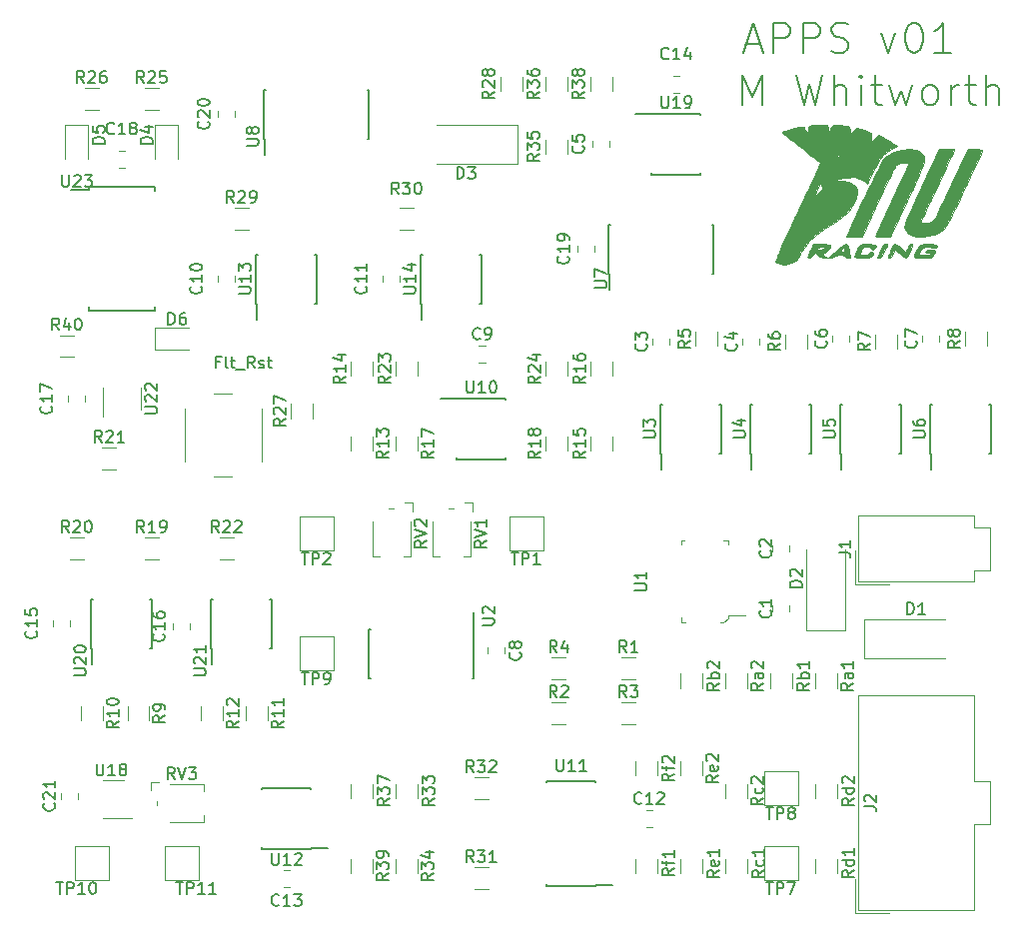
<source format=gbr>
G04 #@! TF.GenerationSoftware,KiCad,Pcbnew,(5.1.0)-1*
G04 #@! TF.CreationDate,2019-08-23T12:12:23+10:00*
G04 #@! TF.ProjectId,APPS,41505053-2e6b-4696-9361-645f70636258,rev?*
G04 #@! TF.SameCoordinates,Original*
G04 #@! TF.FileFunction,Legend,Top*
G04 #@! TF.FilePolarity,Positive*
%FSLAX46Y46*%
G04 Gerber Fmt 4.6, Leading zero omitted, Abs format (unit mm)*
G04 Created by KiCad (PCBNEW (5.1.0)-1) date 2019-08-23 12:12:23*
%MOMM*%
%LPD*%
G04 APERTURE LIST*
%ADD10C,0.127000*%
%ADD11C,0.100000*%
%ADD12C,0.120000*%
%ADD13C,0.010000*%
%ADD14C,0.150000*%
G04 APERTURE END LIST*
D10*
X173264285Y-60839047D02*
X173264285Y-58299047D01*
X174110952Y-60113333D01*
X174957619Y-58299047D01*
X174957619Y-60839047D01*
X177860476Y-58299047D02*
X178465238Y-60839047D01*
X178949047Y-59024761D01*
X179432857Y-60839047D01*
X180037619Y-58299047D01*
X181005238Y-60839047D02*
X181005238Y-58299047D01*
X182093809Y-60839047D02*
X182093809Y-59508571D01*
X181972857Y-59266666D01*
X181730952Y-59145714D01*
X181368095Y-59145714D01*
X181126190Y-59266666D01*
X181005238Y-59387619D01*
X183303333Y-60839047D02*
X183303333Y-59145714D01*
X183303333Y-58299047D02*
X183182380Y-58420000D01*
X183303333Y-58540952D01*
X183424285Y-58420000D01*
X183303333Y-58299047D01*
X183303333Y-58540952D01*
X184150000Y-59145714D02*
X185117619Y-59145714D01*
X184512857Y-58299047D02*
X184512857Y-60476190D01*
X184633809Y-60718095D01*
X184875714Y-60839047D01*
X185117619Y-60839047D01*
X185722380Y-59145714D02*
X186206190Y-60839047D01*
X186690000Y-59629523D01*
X187173809Y-60839047D01*
X187657619Y-59145714D01*
X188988095Y-60839047D02*
X188746190Y-60718095D01*
X188625238Y-60597142D01*
X188504285Y-60355238D01*
X188504285Y-59629523D01*
X188625238Y-59387619D01*
X188746190Y-59266666D01*
X188988095Y-59145714D01*
X189350952Y-59145714D01*
X189592857Y-59266666D01*
X189713809Y-59387619D01*
X189834761Y-59629523D01*
X189834761Y-60355238D01*
X189713809Y-60597142D01*
X189592857Y-60718095D01*
X189350952Y-60839047D01*
X188988095Y-60839047D01*
X190923333Y-60839047D02*
X190923333Y-59145714D01*
X190923333Y-59629523D02*
X191044285Y-59387619D01*
X191165238Y-59266666D01*
X191407142Y-59145714D01*
X191649047Y-59145714D01*
X192132857Y-59145714D02*
X193100476Y-59145714D01*
X192495714Y-58299047D02*
X192495714Y-60476190D01*
X192616666Y-60718095D01*
X192858571Y-60839047D01*
X193100476Y-60839047D01*
X193947142Y-60839047D02*
X193947142Y-58299047D01*
X195035714Y-60839047D02*
X195035714Y-59508571D01*
X194914761Y-59266666D01*
X194672857Y-59145714D01*
X194310000Y-59145714D01*
X194068095Y-59266666D01*
X193947142Y-59387619D01*
X173536428Y-55668333D02*
X174745952Y-55668333D01*
X173294523Y-56394047D02*
X174141190Y-53854047D01*
X174987857Y-56394047D01*
X175834523Y-56394047D02*
X175834523Y-53854047D01*
X176802142Y-53854047D01*
X177044047Y-53975000D01*
X177165000Y-54095952D01*
X177285952Y-54337857D01*
X177285952Y-54700714D01*
X177165000Y-54942619D01*
X177044047Y-55063571D01*
X176802142Y-55184523D01*
X175834523Y-55184523D01*
X178374523Y-56394047D02*
X178374523Y-53854047D01*
X179342142Y-53854047D01*
X179584047Y-53975000D01*
X179705000Y-54095952D01*
X179825952Y-54337857D01*
X179825952Y-54700714D01*
X179705000Y-54942619D01*
X179584047Y-55063571D01*
X179342142Y-55184523D01*
X178374523Y-55184523D01*
X180793571Y-56273095D02*
X181156428Y-56394047D01*
X181761190Y-56394047D01*
X182003095Y-56273095D01*
X182124047Y-56152142D01*
X182245000Y-55910238D01*
X182245000Y-55668333D01*
X182124047Y-55426428D01*
X182003095Y-55305476D01*
X181761190Y-55184523D01*
X181277380Y-55063571D01*
X181035476Y-54942619D01*
X180914523Y-54821666D01*
X180793571Y-54579761D01*
X180793571Y-54337857D01*
X180914523Y-54095952D01*
X181035476Y-53975000D01*
X181277380Y-53854047D01*
X181882142Y-53854047D01*
X182245000Y-53975000D01*
X185026904Y-54700714D02*
X185631666Y-56394047D01*
X186236428Y-54700714D01*
X187687857Y-53854047D02*
X187929761Y-53854047D01*
X188171666Y-53975000D01*
X188292619Y-54095952D01*
X188413571Y-54337857D01*
X188534523Y-54821666D01*
X188534523Y-55426428D01*
X188413571Y-55910238D01*
X188292619Y-56152142D01*
X188171666Y-56273095D01*
X187929761Y-56394047D01*
X187687857Y-56394047D01*
X187445952Y-56273095D01*
X187325000Y-56152142D01*
X187204047Y-55910238D01*
X187083095Y-55426428D01*
X187083095Y-54821666D01*
X187204047Y-54337857D01*
X187325000Y-54095952D01*
X187445952Y-53975000D01*
X187687857Y-53854047D01*
X190953571Y-56394047D02*
X189502142Y-56394047D01*
X190227857Y-56394047D02*
X190227857Y-53854047D01*
X189985952Y-54216904D01*
X189744047Y-54458809D01*
X189502142Y-54579761D01*
D11*
X168078000Y-97744000D02*
X168378000Y-97744000D01*
X168078000Y-98069000D02*
X168078000Y-97744000D01*
X172028000Y-97744000D02*
X172028000Y-98094000D01*
X171678000Y-97744000D02*
X172028000Y-97744000D01*
X168078000Y-104694000D02*
X168453000Y-104694000D01*
X168078000Y-104244000D02*
X168078000Y-104694000D01*
X172028000Y-104069000D02*
X173478000Y-104069000D01*
X172028000Y-104369000D02*
X172028000Y-104069000D01*
X171653000Y-104694000D02*
X172028000Y-104369000D01*
X171403000Y-104694000D02*
X171653000Y-104694000D01*
D12*
X115385436Y-82190000D02*
X116589564Y-82190000D01*
X115385436Y-80370000D02*
X116589564Y-80370000D01*
X123480000Y-81605000D02*
X126340000Y-81605000D01*
X123480000Y-79685000D02*
X123480000Y-81605000D01*
X126340000Y-79685000D02*
X123480000Y-79685000D01*
D13*
G36*
X192968237Y-64558334D02*
G01*
X193268312Y-64568310D01*
X193488980Y-64594661D01*
X193588450Y-64632019D01*
X193590334Y-64638245D01*
X193554262Y-64753475D01*
X193452381Y-65000529D01*
X193294191Y-65359566D01*
X193089191Y-65810747D01*
X192846881Y-66334231D01*
X192576760Y-66910176D01*
X192288329Y-67518743D01*
X191991088Y-68140091D01*
X191694535Y-68754378D01*
X191408171Y-69341765D01*
X191141496Y-69882411D01*
X190904010Y-70356475D01*
X190705211Y-70744117D01*
X190554601Y-71025495D01*
X190461678Y-71180770D01*
X190451090Y-71194664D01*
X190042928Y-71553224D01*
X189516960Y-71808071D01*
X188896458Y-71949144D01*
X188657657Y-71969971D01*
X188303764Y-71976002D01*
X187974427Y-71960200D01*
X187749552Y-71927659D01*
X187499842Y-71813787D01*
X187255510Y-71626692D01*
X187210848Y-71580271D01*
X187050973Y-71366915D01*
X186998505Y-71171110D01*
X187009944Y-71002157D01*
X187054473Y-70859377D01*
X187163345Y-70581915D01*
X187328536Y-70188178D01*
X187542023Y-69696576D01*
X187795782Y-69125518D01*
X188081792Y-68493412D01*
X188392028Y-67818668D01*
X188479981Y-67629249D01*
X189907334Y-64561832D01*
X190563500Y-64560083D01*
X190872605Y-64563170D01*
X191103372Y-64572927D01*
X191215090Y-64587416D01*
X191219667Y-64591294D01*
X191184920Y-64672632D01*
X191085832Y-64890550D01*
X190930129Y-65228399D01*
X190725538Y-65669527D01*
X190479787Y-66197285D01*
X190200601Y-66795021D01*
X189895709Y-67446085D01*
X189815016Y-67618127D01*
X189502638Y-68284298D01*
X189211962Y-68904890D01*
X188951059Y-69462619D01*
X188728001Y-69940201D01*
X188550858Y-70320352D01*
X188427702Y-70585787D01*
X188366604Y-70719223D01*
X188362172Y-70729438D01*
X188400697Y-70795004D01*
X188556397Y-70821546D01*
X188782831Y-70813664D01*
X189033555Y-70775958D01*
X189262128Y-70713029D01*
X189422107Y-70629475D01*
X189428615Y-70623812D01*
X189499042Y-70516709D01*
X189631322Y-70273403D01*
X189816684Y-69911597D01*
X190046358Y-69448992D01*
X190311574Y-68903288D01*
X190603562Y-68292188D01*
X190913552Y-67633392D01*
X190966830Y-67519169D01*
X192346141Y-64558333D01*
X192968237Y-64558334D01*
X192968237Y-64558334D01*
G37*
X192968237Y-64558334D02*
X193268312Y-64568310D01*
X193488980Y-64594661D01*
X193588450Y-64632019D01*
X193590334Y-64638245D01*
X193554262Y-64753475D01*
X193452381Y-65000529D01*
X193294191Y-65359566D01*
X193089191Y-65810747D01*
X192846881Y-66334231D01*
X192576760Y-66910176D01*
X192288329Y-67518743D01*
X191991088Y-68140091D01*
X191694535Y-68754378D01*
X191408171Y-69341765D01*
X191141496Y-69882411D01*
X190904010Y-70356475D01*
X190705211Y-70744117D01*
X190554601Y-71025495D01*
X190461678Y-71180770D01*
X190451090Y-71194664D01*
X190042928Y-71553224D01*
X189516960Y-71808071D01*
X188896458Y-71949144D01*
X188657657Y-71969971D01*
X188303764Y-71976002D01*
X187974427Y-71960200D01*
X187749552Y-71927659D01*
X187499842Y-71813787D01*
X187255510Y-71626692D01*
X187210848Y-71580271D01*
X187050973Y-71366915D01*
X186998505Y-71171110D01*
X187009944Y-71002157D01*
X187054473Y-70859377D01*
X187163345Y-70581915D01*
X187328536Y-70188178D01*
X187542023Y-69696576D01*
X187795782Y-69125518D01*
X188081792Y-68493412D01*
X188392028Y-67818668D01*
X188479981Y-67629249D01*
X189907334Y-64561832D01*
X190563500Y-64560083D01*
X190872605Y-64563170D01*
X191103372Y-64572927D01*
X191215090Y-64587416D01*
X191219667Y-64591294D01*
X191184920Y-64672632D01*
X191085832Y-64890550D01*
X190930129Y-65228399D01*
X190725538Y-65669527D01*
X190479787Y-66197285D01*
X190200601Y-66795021D01*
X189895709Y-67446085D01*
X189815016Y-67618127D01*
X189502638Y-68284298D01*
X189211962Y-68904890D01*
X188951059Y-69462619D01*
X188728001Y-69940201D01*
X188550858Y-70320352D01*
X188427702Y-70585787D01*
X188366604Y-70719223D01*
X188362172Y-70729438D01*
X188400697Y-70795004D01*
X188556397Y-70821546D01*
X188782831Y-70813664D01*
X189033555Y-70775958D01*
X189262128Y-70713029D01*
X189422107Y-70629475D01*
X189428615Y-70623812D01*
X189499042Y-70516709D01*
X189631322Y-70273403D01*
X189816684Y-69911597D01*
X190046358Y-69448992D01*
X190311574Y-68903288D01*
X190603562Y-68292188D01*
X190913552Y-67633392D01*
X190966830Y-67519169D01*
X192346141Y-64558333D01*
X192968237Y-64558334D01*
G36*
X187855679Y-64617604D02*
G01*
X188239883Y-64751709D01*
X188520600Y-64971205D01*
X188567007Y-65034004D01*
X188627194Y-65148400D01*
X188659756Y-65280484D01*
X188659676Y-65444758D01*
X188621938Y-65655722D01*
X188541526Y-65927876D01*
X188413422Y-66275721D01*
X188232611Y-66713757D01*
X187994075Y-67256485D01*
X187692798Y-67918405D01*
X187323763Y-68714017D01*
X187208413Y-68961000D01*
X185803163Y-71966667D01*
X185167082Y-71991395D01*
X184821160Y-71993859D01*
X184602173Y-71971348D01*
X184531000Y-71929313D01*
X184565770Y-71835472D01*
X184664815Y-71605823D01*
X184820241Y-71257745D01*
X185024154Y-70808613D01*
X185268658Y-70275804D01*
X185545859Y-69676694D01*
X185847863Y-69028661D01*
X185882303Y-68955041D01*
X186188815Y-68298737D01*
X186473677Y-67686200D01*
X186728617Y-67135416D01*
X186945360Y-66664371D01*
X187115634Y-66291049D01*
X187231166Y-66033436D01*
X187283682Y-65909518D01*
X187285008Y-65905624D01*
X187296442Y-65802652D01*
X187217993Y-65755569D01*
X187011744Y-65743713D01*
X186987834Y-65743667D01*
X186698604Y-65774182D01*
X186438186Y-65849236D01*
X186403887Y-65865382D01*
X186349904Y-65896000D01*
X186296897Y-65937409D01*
X186238785Y-66001590D01*
X186169488Y-66100521D01*
X186082923Y-66246185D01*
X185973011Y-66450562D01*
X185833668Y-66725631D01*
X185658816Y-67083375D01*
X185442371Y-67535772D01*
X185178253Y-68094804D01*
X184860381Y-68772452D01*
X184482673Y-69580695D01*
X184080491Y-70442667D01*
X183369628Y-71966667D01*
X182722647Y-71991395D01*
X182416134Y-71997296D01*
X182188108Y-71990609D01*
X182079481Y-71972831D01*
X182075667Y-71967723D01*
X182111309Y-71863652D01*
X182211999Y-71627112D01*
X182368379Y-71277742D01*
X182571092Y-70835183D01*
X182810781Y-70319078D01*
X183078089Y-69749066D01*
X183363660Y-69144789D01*
X183658135Y-68525888D01*
X183952158Y-67912003D01*
X184236373Y-67322776D01*
X184501421Y-66777848D01*
X184737946Y-66296859D01*
X184936592Y-65899451D01*
X185088000Y-65605264D01*
X185182814Y-65433940D01*
X185202167Y-65405000D01*
X185522939Y-65102206D01*
X185935755Y-64863246D01*
X186408025Y-64691713D01*
X186907161Y-64591199D01*
X187400575Y-64565299D01*
X187855679Y-64617604D01*
X187855679Y-64617604D01*
G37*
X187855679Y-64617604D02*
X188239883Y-64751709D01*
X188520600Y-64971205D01*
X188567007Y-65034004D01*
X188627194Y-65148400D01*
X188659756Y-65280484D01*
X188659676Y-65444758D01*
X188621938Y-65655722D01*
X188541526Y-65927876D01*
X188413422Y-66275721D01*
X188232611Y-66713757D01*
X187994075Y-67256485D01*
X187692798Y-67918405D01*
X187323763Y-68714017D01*
X187208413Y-68961000D01*
X185803163Y-71966667D01*
X185167082Y-71991395D01*
X184821160Y-71993859D01*
X184602173Y-71971348D01*
X184531000Y-71929313D01*
X184565770Y-71835472D01*
X184664815Y-71605823D01*
X184820241Y-71257745D01*
X185024154Y-70808613D01*
X185268658Y-70275804D01*
X185545859Y-69676694D01*
X185847863Y-69028661D01*
X185882303Y-68955041D01*
X186188815Y-68298737D01*
X186473677Y-67686200D01*
X186728617Y-67135416D01*
X186945360Y-66664371D01*
X187115634Y-66291049D01*
X187231166Y-66033436D01*
X187283682Y-65909518D01*
X187285008Y-65905624D01*
X187296442Y-65802652D01*
X187217993Y-65755569D01*
X187011744Y-65743713D01*
X186987834Y-65743667D01*
X186698604Y-65774182D01*
X186438186Y-65849236D01*
X186403887Y-65865382D01*
X186349904Y-65896000D01*
X186296897Y-65937409D01*
X186238785Y-66001590D01*
X186169488Y-66100521D01*
X186082923Y-66246185D01*
X185973011Y-66450562D01*
X185833668Y-66725631D01*
X185658816Y-67083375D01*
X185442371Y-67535772D01*
X185178253Y-68094804D01*
X184860381Y-68772452D01*
X184482673Y-69580695D01*
X184080491Y-70442667D01*
X183369628Y-71966667D01*
X182722647Y-71991395D01*
X182416134Y-71997296D01*
X182188108Y-71990609D01*
X182079481Y-71972831D01*
X182075667Y-71967723D01*
X182111309Y-71863652D01*
X182211999Y-71627112D01*
X182368379Y-71277742D01*
X182571092Y-70835183D01*
X182810781Y-70319078D01*
X183078089Y-69749066D01*
X183363660Y-69144789D01*
X183658135Y-68525888D01*
X183952158Y-67912003D01*
X184236373Y-67322776D01*
X184501421Y-66777848D01*
X184737946Y-66296859D01*
X184936592Y-65899451D01*
X185088000Y-65605264D01*
X185182814Y-65433940D01*
X185202167Y-65405000D01*
X185522939Y-65102206D01*
X185935755Y-64863246D01*
X186408025Y-64691713D01*
X186907161Y-64591199D01*
X187400575Y-64565299D01*
X187855679Y-64617604D01*
G36*
X189301431Y-72628485D02*
G01*
X189561588Y-72672592D01*
X189727908Y-72736896D01*
X189762349Y-72781220D01*
X189713825Y-72912727D01*
X189615100Y-72963793D01*
X189477927Y-72969746D01*
X189441667Y-72932407D01*
X189365120Y-72890312D01*
X189167728Y-72862438D01*
X188977721Y-72855667D01*
X188708284Y-72861894D01*
X188550314Y-72901092D01*
X188445955Y-73004030D01*
X188341000Y-73194334D01*
X188168225Y-73533000D01*
X188630616Y-73533000D01*
X188896274Y-73518647D01*
X189086983Y-73481731D01*
X189145334Y-73448334D01*
X189115358Y-73385551D01*
X188980997Y-73363667D01*
X188807021Y-73320369D01*
X188764334Y-73236667D01*
X188809653Y-73156801D01*
X188966561Y-73117794D01*
X189187667Y-73109667D01*
X189471497Y-73130714D01*
X189599123Y-73205031D01*
X189579694Y-73349385D01*
X189435522Y-73563915D01*
X189337380Y-73673631D01*
X189226744Y-73739937D01*
X189060642Y-73773678D01*
X188796102Y-73785698D01*
X188551518Y-73787000D01*
X188222330Y-73779262D01*
X187963293Y-73758653D01*
X187816793Y-73729081D01*
X187800175Y-73717717D01*
X187808328Y-73602165D01*
X187880974Y-73394572D01*
X187993636Y-73146970D01*
X188121833Y-72911396D01*
X188241087Y-72739881D01*
X188277167Y-72703794D01*
X188435306Y-72642229D01*
X188690553Y-72610815D01*
X188995174Y-72607063D01*
X189301431Y-72628485D01*
X189301431Y-72628485D01*
G37*
X189301431Y-72628485D02*
X189561588Y-72672592D01*
X189727908Y-72736896D01*
X189762349Y-72781220D01*
X189713825Y-72912727D01*
X189615100Y-72963793D01*
X189477927Y-72969746D01*
X189441667Y-72932407D01*
X189365120Y-72890312D01*
X189167728Y-72862438D01*
X188977721Y-72855667D01*
X188708284Y-72861894D01*
X188550314Y-72901092D01*
X188445955Y-73004030D01*
X188341000Y-73194334D01*
X188168225Y-73533000D01*
X188630616Y-73533000D01*
X188896274Y-73518647D01*
X189086983Y-73481731D01*
X189145334Y-73448334D01*
X189115358Y-73385551D01*
X188980997Y-73363667D01*
X188807021Y-73320369D01*
X188764334Y-73236667D01*
X188809653Y-73156801D01*
X188966561Y-73117794D01*
X189187667Y-73109667D01*
X189471497Y-73130714D01*
X189599123Y-73205031D01*
X189579694Y-73349385D01*
X189435522Y-73563915D01*
X189337380Y-73673631D01*
X189226744Y-73739937D01*
X189060642Y-73773678D01*
X188796102Y-73785698D01*
X188551518Y-73787000D01*
X188222330Y-73779262D01*
X187963293Y-73758653D01*
X187816793Y-73729081D01*
X187800175Y-73717717D01*
X187808328Y-73602165D01*
X187880974Y-73394572D01*
X187993636Y-73146970D01*
X188121833Y-72911396D01*
X188241087Y-72739881D01*
X188277167Y-72703794D01*
X188435306Y-72642229D01*
X188690553Y-72610815D01*
X188995174Y-72607063D01*
X189301431Y-72628485D01*
G36*
X187648142Y-72613110D02*
G01*
X187672442Y-72668494D01*
X187638245Y-72799402D01*
X187540241Y-73037416D01*
X187471041Y-73194334D01*
X187313834Y-73510957D01*
X187176415Y-73717022D01*
X187079059Y-73787000D01*
X186952831Y-73731006D01*
X186758402Y-73586022D01*
X186589147Y-73432447D01*
X186394714Y-73251023D01*
X186253785Y-73137135D01*
X186202431Y-73114947D01*
X186154462Y-73208628D01*
X186065604Y-73397559D01*
X186032692Y-73469500D01*
X185879454Y-73710880D01*
X185718771Y-73787000D01*
X185630523Y-73778436D01*
X185601808Y-73729260D01*
X185636154Y-73604248D01*
X185737090Y-73368175D01*
X185767538Y-73300167D01*
X185889338Y-73027354D01*
X185985634Y-72809289D01*
X186029529Y-72707500D01*
X186140957Y-72608061D01*
X186330160Y-72656281D01*
X186594068Y-72851030D01*
X186706187Y-72956220D01*
X186900619Y-73137644D01*
X187041549Y-73251532D01*
X187092903Y-73273720D01*
X187140871Y-73180039D01*
X187229730Y-72991108D01*
X187262641Y-72919167D01*
X187414039Y-72680323D01*
X187570650Y-72601667D01*
X187648142Y-72613110D01*
X187648142Y-72613110D01*
G37*
X187648142Y-72613110D02*
X187672442Y-72668494D01*
X187638245Y-72799402D01*
X187540241Y-73037416D01*
X187471041Y-73194334D01*
X187313834Y-73510957D01*
X187176415Y-73717022D01*
X187079059Y-73787000D01*
X186952831Y-73731006D01*
X186758402Y-73586022D01*
X186589147Y-73432447D01*
X186394714Y-73251023D01*
X186253785Y-73137135D01*
X186202431Y-73114947D01*
X186154462Y-73208628D01*
X186065604Y-73397559D01*
X186032692Y-73469500D01*
X185879454Y-73710880D01*
X185718771Y-73787000D01*
X185630523Y-73778436D01*
X185601808Y-73729260D01*
X185636154Y-73604248D01*
X185737090Y-73368175D01*
X185767538Y-73300167D01*
X185889338Y-73027354D01*
X185985634Y-72809289D01*
X186029529Y-72707500D01*
X186140957Y-72608061D01*
X186330160Y-72656281D01*
X186594068Y-72851030D01*
X186706187Y-72956220D01*
X186900619Y-73137644D01*
X187041549Y-73251532D01*
X187092903Y-73273720D01*
X187140871Y-73180039D01*
X187229730Y-72991108D01*
X187262641Y-72919167D01*
X187414039Y-72680323D01*
X187570650Y-72601667D01*
X187648142Y-72613110D01*
G36*
X185513029Y-72615098D02*
G01*
X185547000Y-72634494D01*
X185513739Y-72721531D01*
X185426002Y-72920695D01*
X185301860Y-73191108D01*
X185285020Y-73227161D01*
X185117575Y-73550795D01*
X184981551Y-73730930D01*
X184862255Y-73786999D01*
X184861686Y-73787000D01*
X184728285Y-73767592D01*
X184700334Y-73742808D01*
X184732832Y-73649360D01*
X184818360Y-73444949D01*
X184938970Y-73172350D01*
X184949024Y-73150141D01*
X185101932Y-72842146D01*
X185225865Y-72669121D01*
X185341582Y-72604171D01*
X185372357Y-72601667D01*
X185513029Y-72615098D01*
X185513029Y-72615098D01*
G37*
X185513029Y-72615098D02*
X185547000Y-72634494D01*
X185513739Y-72721531D01*
X185426002Y-72920695D01*
X185301860Y-73191108D01*
X185285020Y-73227161D01*
X185117575Y-73550795D01*
X184981551Y-73730930D01*
X184862255Y-73786999D01*
X184861686Y-73787000D01*
X184728285Y-73767592D01*
X184700334Y-73742808D01*
X184732832Y-73649360D01*
X184818360Y-73444949D01*
X184938970Y-73172350D01*
X184949024Y-73150141D01*
X185101932Y-72842146D01*
X185225865Y-72669121D01*
X185341582Y-72604171D01*
X185372357Y-72601667D01*
X185513029Y-72615098D01*
G36*
X184068861Y-72618082D02*
G01*
X184354143Y-72640478D01*
X184507706Y-72679517D01*
X184567142Y-72749025D01*
X184573334Y-72803635D01*
X184502049Y-72954562D01*
X184382834Y-73033740D01*
X184235286Y-73062036D01*
X184192365Y-72984057D01*
X184192334Y-72979939D01*
X184137141Y-72895800D01*
X183954014Y-72859096D01*
X183827015Y-72855667D01*
X183588528Y-72869563D01*
X183450628Y-72938004D01*
X183345185Y-73101118D01*
X183319015Y-73154873D01*
X183227928Y-73355029D01*
X183179000Y-73480359D01*
X183176334Y-73493539D01*
X183252107Y-73517014D01*
X183443940Y-73531144D01*
X183559991Y-73533000D01*
X183844945Y-73506865D01*
X183982576Y-73425680D01*
X183992382Y-73406000D01*
X184096196Y-73293525D01*
X184154062Y-73279000D01*
X184297856Y-73334602D01*
X184318711Y-73471967D01*
X184229839Y-73623002D01*
X184122512Y-73709040D01*
X183965514Y-73759313D01*
X183716433Y-73782381D01*
X183417211Y-73787000D01*
X183074967Y-73781082D01*
X182870877Y-73759302D01*
X182774048Y-73715623D01*
X182753000Y-73657186D01*
X182789529Y-73512530D01*
X182883346Y-73280276D01*
X182965364Y-73108290D01*
X183108815Y-72860223D01*
X183261720Y-72706710D01*
X183466436Y-72628937D01*
X183765317Y-72608088D01*
X184068861Y-72618082D01*
X184068861Y-72618082D01*
G37*
X184068861Y-72618082D02*
X184354143Y-72640478D01*
X184507706Y-72679517D01*
X184567142Y-72749025D01*
X184573334Y-72803635D01*
X184502049Y-72954562D01*
X184382834Y-73033740D01*
X184235286Y-73062036D01*
X184192365Y-72984057D01*
X184192334Y-72979939D01*
X184137141Y-72895800D01*
X183954014Y-72859096D01*
X183827015Y-72855667D01*
X183588528Y-72869563D01*
X183450628Y-72938004D01*
X183345185Y-73101118D01*
X183319015Y-73154873D01*
X183227928Y-73355029D01*
X183179000Y-73480359D01*
X183176334Y-73493539D01*
X183252107Y-73517014D01*
X183443940Y-73531144D01*
X183559991Y-73533000D01*
X183844945Y-73506865D01*
X183982576Y-73425680D01*
X183992382Y-73406000D01*
X184096196Y-73293525D01*
X184154062Y-73279000D01*
X184297856Y-73334602D01*
X184318711Y-73471967D01*
X184229839Y-73623002D01*
X184122512Y-73709040D01*
X183965514Y-73759313D01*
X183716433Y-73782381D01*
X183417211Y-73787000D01*
X183074967Y-73781082D01*
X182870877Y-73759302D01*
X182774048Y-73715623D01*
X182753000Y-73657186D01*
X182789529Y-73512530D01*
X182883346Y-73280276D01*
X182965364Y-73108290D01*
X183108815Y-72860223D01*
X183261720Y-72706710D01*
X183466436Y-72628937D01*
X183765317Y-72608088D01*
X184068861Y-72618082D01*
G36*
X182144861Y-72679536D02*
G01*
X182209271Y-72834500D01*
X182268145Y-73084812D01*
X182336899Y-73361667D01*
X182337412Y-73363667D01*
X182395683Y-73611103D01*
X182396462Y-73736522D01*
X182326567Y-73781341D01*
X182202667Y-73787000D01*
X182032428Y-73742840D01*
X181991000Y-73660000D01*
X181917510Y-73580476D01*
X181732889Y-73539271D01*
X181490914Y-73536235D01*
X181245359Y-73571218D01*
X181050002Y-73644070D01*
X181022318Y-73662693D01*
X180820995Y-73762376D01*
X180686003Y-73787000D01*
X180568969Y-73779899D01*
X180576606Y-73731392D01*
X180681019Y-73626317D01*
X181017975Y-73315483D01*
X181115822Y-73232249D01*
X181510635Y-73232249D01*
X181545305Y-73274355D01*
X181681545Y-73279000D01*
X181853968Y-73244144D01*
X181906191Y-73120448D01*
X181906334Y-73109667D01*
X181876325Y-72972006D01*
X181834789Y-72940334D01*
X181730280Y-72996946D01*
X181610000Y-73109667D01*
X181510635Y-73232249D01*
X181115822Y-73232249D01*
X181346874Y-73035706D01*
X181639479Y-72808882D01*
X181867550Y-72656905D01*
X182002560Y-72601667D01*
X182144861Y-72679536D01*
X182144861Y-72679536D01*
G37*
X182144861Y-72679536D02*
X182209271Y-72834500D01*
X182268145Y-73084812D01*
X182336899Y-73361667D01*
X182337412Y-73363667D01*
X182395683Y-73611103D01*
X182396462Y-73736522D01*
X182326567Y-73781341D01*
X182202667Y-73787000D01*
X182032428Y-73742840D01*
X181991000Y-73660000D01*
X181917510Y-73580476D01*
X181732889Y-73539271D01*
X181490914Y-73536235D01*
X181245359Y-73571218D01*
X181050002Y-73644070D01*
X181022318Y-73662693D01*
X180820995Y-73762376D01*
X180686003Y-73787000D01*
X180568969Y-73779899D01*
X180576606Y-73731392D01*
X180681019Y-73626317D01*
X181017975Y-73315483D01*
X181115822Y-73232249D01*
X181510635Y-73232249D01*
X181545305Y-73274355D01*
X181681545Y-73279000D01*
X181853968Y-73244144D01*
X181906191Y-73120448D01*
X181906334Y-73109667D01*
X181876325Y-72972006D01*
X181834789Y-72940334D01*
X181730280Y-72996946D01*
X181610000Y-73109667D01*
X181510635Y-73232249D01*
X181115822Y-73232249D01*
X181346874Y-73035706D01*
X181639479Y-72808882D01*
X181867550Y-72656905D01*
X182002560Y-72601667D01*
X182144861Y-72679536D01*
G36*
X180277028Y-72611943D02*
G01*
X180529699Y-72639199D01*
X180668589Y-72678077D01*
X180680105Y-72688660D01*
X180681396Y-72830743D01*
X180589460Y-73022514D01*
X180443251Y-73207821D01*
X180281723Y-73330514D01*
X180221664Y-73349465D01*
X180027237Y-73377597D01*
X180219544Y-73582299D01*
X180411851Y-73787000D01*
X180149237Y-73787000D01*
X179871904Y-73714281D01*
X179720127Y-73575334D01*
X179562278Y-73425995D01*
X179416132Y-73363667D01*
X179415833Y-73363667D01*
X179282092Y-73433366D01*
X179181595Y-73575334D01*
X179073112Y-73710392D01*
X178931397Y-73783822D01*
X178813218Y-73778285D01*
X178773667Y-73699919D01*
X178809569Y-73584401D01*
X178903484Y-73366984D01*
X179028886Y-73107252D01*
X179078569Y-73008829D01*
X179470065Y-73008829D01*
X179491398Y-73075746D01*
X179632455Y-73099992D01*
X179837828Y-73093495D01*
X180100449Y-73054754D01*
X180256651Y-72986863D01*
X180278602Y-72956505D01*
X180257269Y-72889587D01*
X180116212Y-72865341D01*
X179910839Y-72871838D01*
X179648218Y-72910580D01*
X179492016Y-72978471D01*
X179470065Y-73008829D01*
X179078569Y-73008829D01*
X179284104Y-72601667D01*
X179955222Y-72601667D01*
X180277028Y-72611943D01*
X180277028Y-72611943D01*
G37*
X180277028Y-72611943D02*
X180529699Y-72639199D01*
X180668589Y-72678077D01*
X180680105Y-72688660D01*
X180681396Y-72830743D01*
X180589460Y-73022514D01*
X180443251Y-73207821D01*
X180281723Y-73330514D01*
X180221664Y-73349465D01*
X180027237Y-73377597D01*
X180219544Y-73582299D01*
X180411851Y-73787000D01*
X180149237Y-73787000D01*
X179871904Y-73714281D01*
X179720127Y-73575334D01*
X179562278Y-73425995D01*
X179416132Y-73363667D01*
X179415833Y-73363667D01*
X179282092Y-73433366D01*
X179181595Y-73575334D01*
X179073112Y-73710392D01*
X178931397Y-73783822D01*
X178813218Y-73778285D01*
X178773667Y-73699919D01*
X178809569Y-73584401D01*
X178903484Y-73366984D01*
X179028886Y-73107252D01*
X179078569Y-73008829D01*
X179470065Y-73008829D01*
X179491398Y-73075746D01*
X179632455Y-73099992D01*
X179837828Y-73093495D01*
X180100449Y-73054754D01*
X180256651Y-72986863D01*
X180278602Y-72956505D01*
X180257269Y-72889587D01*
X180116212Y-72865341D01*
X179910839Y-72871838D01*
X179648218Y-72910580D01*
X179492016Y-72978471D01*
X179470065Y-73008829D01*
X179078569Y-73008829D01*
X179284104Y-72601667D01*
X179955222Y-72601667D01*
X180277028Y-72611943D01*
G36*
X180604683Y-63161334D02*
G01*
X180711741Y-62843834D01*
X180783052Y-62657941D01*
X180869437Y-62564065D01*
X181024688Y-62530956D01*
X181256733Y-62527265D01*
X181584223Y-62538229D01*
X181898604Y-62564789D01*
X182002131Y-62579048D01*
X182202370Y-62629243D01*
X182309076Y-62728912D01*
X182374579Y-62932892D01*
X182385036Y-62980283D01*
X182460477Y-63330667D01*
X182624993Y-63055500D01*
X182728264Y-62901022D01*
X182835384Y-62816412D01*
X182984083Y-62798271D01*
X183212093Y-62843200D01*
X183557142Y-62947799D01*
X183614827Y-62966332D01*
X184192333Y-63152331D01*
X184192334Y-63536204D01*
X184192334Y-63920077D01*
X184727922Y-63384489D01*
X185237545Y-63641746D01*
X185561918Y-63813402D01*
X185877454Y-63993176D01*
X186066549Y-64110359D01*
X186385929Y-64321715D01*
X185884260Y-64572403D01*
X185501175Y-64801030D01*
X185169448Y-65089034D01*
X184867131Y-65463345D01*
X184572276Y-65950894D01*
X184280602Y-66540195D01*
X183829433Y-67517931D01*
X183549872Y-67272473D01*
X183183036Y-67060121D01*
X182700329Y-66958854D01*
X182115431Y-66970718D01*
X181820385Y-67013899D01*
X181439763Y-67090460D01*
X181226478Y-67153348D01*
X181179314Y-67205166D01*
X181297059Y-67248517D01*
X181578498Y-67286004D01*
X181688849Y-67296005D01*
X182215340Y-67367961D01*
X182593522Y-67489243D01*
X182840223Y-67671718D01*
X182972271Y-67927251D01*
X183007000Y-68225428D01*
X182924293Y-68719063D01*
X182679858Y-69232933D01*
X182279224Y-69760840D01*
X181727923Y-70296587D01*
X181031483Y-70833977D01*
X180213000Y-71356527D01*
X179487289Y-71838307D01*
X178908843Y-72351955D01*
X178455899Y-72919225D01*
X178195033Y-73373552D01*
X178036652Y-73683444D01*
X177911215Y-73881049D01*
X177778102Y-74006601D01*
X177596693Y-74100334D01*
X177376667Y-74184134D01*
X177071974Y-74292754D01*
X176871801Y-74347901D01*
X176721674Y-74354354D01*
X176567114Y-74316894D01*
X176427899Y-74267392D01*
X176216625Y-74174908D01*
X176075830Y-74086716D01*
X176071771Y-74082806D01*
X176085250Y-73983909D01*
X176173698Y-73735245D01*
X176228789Y-73600931D01*
X176710732Y-73600931D01*
X176720803Y-73659260D01*
X176763830Y-73833629D01*
X176806143Y-73851248D01*
X176854576Y-73750857D01*
X176838679Y-73598968D01*
X176790567Y-73538450D01*
X176715974Y-73503382D01*
X176710732Y-73600931D01*
X176228789Y-73600931D01*
X176337237Y-73336536D01*
X176575989Y-72787501D01*
X176890075Y-72087861D01*
X177279616Y-71237338D01*
X177744735Y-70235651D01*
X177786695Y-70145806D01*
X178143770Y-69381920D01*
X178482797Y-68657373D01*
X178578528Y-68453000D01*
X179419014Y-68453000D01*
X179506644Y-68406217D01*
X179676470Y-68288398D01*
X179758570Y-68227023D01*
X179945892Y-68062683D01*
X180014538Y-67924547D01*
X180000929Y-67782523D01*
X179937271Y-67586556D01*
X179866665Y-67530294D01*
X179774472Y-67620022D01*
X179646053Y-67862024D01*
X179603865Y-67952982D01*
X179494013Y-68206992D01*
X179427704Y-68386988D01*
X179419014Y-68453000D01*
X178578528Y-68453000D01*
X178796301Y-67988087D01*
X179076808Y-67389985D01*
X179316844Y-66878989D01*
X179508936Y-66471022D01*
X179645609Y-66182006D01*
X179719388Y-66027864D01*
X179725038Y-66016420D01*
X179863763Y-65738839D01*
X179248362Y-65254420D01*
X179070706Y-65114849D01*
X181325573Y-65114849D01*
X181367469Y-65249827D01*
X181428545Y-65320278D01*
X181430083Y-65320334D01*
X181441674Y-65251798D01*
X181421987Y-65147642D01*
X181370057Y-65027659D01*
X181334788Y-65016991D01*
X181325573Y-65114849D01*
X179070706Y-65114849D01*
X178949515Y-65019639D01*
X178562407Y-64716179D01*
X178286029Y-64499830D01*
X181242302Y-64499830D01*
X181255603Y-64939334D01*
X181305802Y-64524865D01*
X181356000Y-64110396D01*
X181631167Y-64392771D01*
X181814591Y-64567645D01*
X181894956Y-64617349D01*
X181871276Y-64551821D01*
X181742567Y-64381000D01*
X181643804Y-64265221D01*
X181474900Y-64098556D01*
X181343349Y-64014001D01*
X181305137Y-64013272D01*
X181264340Y-64117895D01*
X181242787Y-64334541D01*
X181242302Y-64499830D01*
X178286029Y-64499830D01*
X178132304Y-64379495D01*
X177704474Y-64045039D01*
X177608164Y-63969822D01*
X177257432Y-63690666D01*
X176963121Y-63446244D01*
X176747269Y-63255687D01*
X176631916Y-63138126D01*
X176619301Y-63111503D01*
X176712758Y-63064402D01*
X176928887Y-62991112D01*
X177225820Y-62905463D01*
X177312284Y-62882567D01*
X177757111Y-62766650D01*
X178066547Y-62691113D01*
X178269898Y-62656984D01*
X178396472Y-62665290D01*
X178475575Y-62717060D01*
X178536513Y-62813321D01*
X178594178Y-62927521D01*
X178758405Y-63246000D01*
X178815441Y-62992000D01*
X178866828Y-62775401D01*
X178905081Y-62632167D01*
X178988875Y-62575383D01*
X179207822Y-62540953D01*
X179576694Y-62526897D01*
X179693932Y-62526334D01*
X180450179Y-62526334D01*
X180604683Y-63161334D01*
X180604683Y-63161334D01*
G37*
X180604683Y-63161334D02*
X180711741Y-62843834D01*
X180783052Y-62657941D01*
X180869437Y-62564065D01*
X181024688Y-62530956D01*
X181256733Y-62527265D01*
X181584223Y-62538229D01*
X181898604Y-62564789D01*
X182002131Y-62579048D01*
X182202370Y-62629243D01*
X182309076Y-62728912D01*
X182374579Y-62932892D01*
X182385036Y-62980283D01*
X182460477Y-63330667D01*
X182624993Y-63055500D01*
X182728264Y-62901022D01*
X182835384Y-62816412D01*
X182984083Y-62798271D01*
X183212093Y-62843200D01*
X183557142Y-62947799D01*
X183614827Y-62966332D01*
X184192333Y-63152331D01*
X184192334Y-63536204D01*
X184192334Y-63920077D01*
X184727922Y-63384489D01*
X185237545Y-63641746D01*
X185561918Y-63813402D01*
X185877454Y-63993176D01*
X186066549Y-64110359D01*
X186385929Y-64321715D01*
X185884260Y-64572403D01*
X185501175Y-64801030D01*
X185169448Y-65089034D01*
X184867131Y-65463345D01*
X184572276Y-65950894D01*
X184280602Y-66540195D01*
X183829433Y-67517931D01*
X183549872Y-67272473D01*
X183183036Y-67060121D01*
X182700329Y-66958854D01*
X182115431Y-66970718D01*
X181820385Y-67013899D01*
X181439763Y-67090460D01*
X181226478Y-67153348D01*
X181179314Y-67205166D01*
X181297059Y-67248517D01*
X181578498Y-67286004D01*
X181688849Y-67296005D01*
X182215340Y-67367961D01*
X182593522Y-67489243D01*
X182840223Y-67671718D01*
X182972271Y-67927251D01*
X183007000Y-68225428D01*
X182924293Y-68719063D01*
X182679858Y-69232933D01*
X182279224Y-69760840D01*
X181727923Y-70296587D01*
X181031483Y-70833977D01*
X180213000Y-71356527D01*
X179487289Y-71838307D01*
X178908843Y-72351955D01*
X178455899Y-72919225D01*
X178195033Y-73373552D01*
X178036652Y-73683444D01*
X177911215Y-73881049D01*
X177778102Y-74006601D01*
X177596693Y-74100334D01*
X177376667Y-74184134D01*
X177071974Y-74292754D01*
X176871801Y-74347901D01*
X176721674Y-74354354D01*
X176567114Y-74316894D01*
X176427899Y-74267392D01*
X176216625Y-74174908D01*
X176075830Y-74086716D01*
X176071771Y-74082806D01*
X176085250Y-73983909D01*
X176173698Y-73735245D01*
X176228789Y-73600931D01*
X176710732Y-73600931D01*
X176720803Y-73659260D01*
X176763830Y-73833629D01*
X176806143Y-73851248D01*
X176854576Y-73750857D01*
X176838679Y-73598968D01*
X176790567Y-73538450D01*
X176715974Y-73503382D01*
X176710732Y-73600931D01*
X176228789Y-73600931D01*
X176337237Y-73336536D01*
X176575989Y-72787501D01*
X176890075Y-72087861D01*
X177279616Y-71237338D01*
X177744735Y-70235651D01*
X177786695Y-70145806D01*
X178143770Y-69381920D01*
X178482797Y-68657373D01*
X178578528Y-68453000D01*
X179419014Y-68453000D01*
X179506644Y-68406217D01*
X179676470Y-68288398D01*
X179758570Y-68227023D01*
X179945892Y-68062683D01*
X180014538Y-67924547D01*
X180000929Y-67782523D01*
X179937271Y-67586556D01*
X179866665Y-67530294D01*
X179774472Y-67620022D01*
X179646053Y-67862024D01*
X179603865Y-67952982D01*
X179494013Y-68206992D01*
X179427704Y-68386988D01*
X179419014Y-68453000D01*
X178578528Y-68453000D01*
X178796301Y-67988087D01*
X179076808Y-67389985D01*
X179316844Y-66878989D01*
X179508936Y-66471022D01*
X179645609Y-66182006D01*
X179719388Y-66027864D01*
X179725038Y-66016420D01*
X179863763Y-65738839D01*
X179248362Y-65254420D01*
X179070706Y-65114849D01*
X181325573Y-65114849D01*
X181367469Y-65249827D01*
X181428545Y-65320278D01*
X181430083Y-65320334D01*
X181441674Y-65251798D01*
X181421987Y-65147642D01*
X181370057Y-65027659D01*
X181334788Y-65016991D01*
X181325573Y-65114849D01*
X179070706Y-65114849D01*
X178949515Y-65019639D01*
X178562407Y-64716179D01*
X178286029Y-64499830D01*
X181242302Y-64499830D01*
X181255603Y-64939334D01*
X181305802Y-64524865D01*
X181356000Y-64110396D01*
X181631167Y-64392771D01*
X181814591Y-64567645D01*
X181894956Y-64617349D01*
X181871276Y-64551821D01*
X181742567Y-64381000D01*
X181643804Y-64265221D01*
X181474900Y-64098556D01*
X181343349Y-64014001D01*
X181305137Y-64013272D01*
X181264340Y-64117895D01*
X181242787Y-64334541D01*
X181242302Y-64499830D01*
X178286029Y-64499830D01*
X178132304Y-64379495D01*
X177704474Y-64045039D01*
X177608164Y-63969822D01*
X177257432Y-63690666D01*
X176963121Y-63446244D01*
X176747269Y-63255687D01*
X176631916Y-63138126D01*
X176619301Y-63111503D01*
X176712758Y-63064402D01*
X176928887Y-62991112D01*
X177225820Y-62905463D01*
X177312284Y-62882567D01*
X177757111Y-62766650D01*
X178066547Y-62691113D01*
X178269898Y-62656984D01*
X178396472Y-62665290D01*
X178475575Y-62717060D01*
X178536513Y-62813321D01*
X178594178Y-62927521D01*
X178758405Y-63246000D01*
X178815441Y-62992000D01*
X178866828Y-62775401D01*
X178905081Y-62632167D01*
X178988875Y-62575383D01*
X179207822Y-62540953D01*
X179576694Y-62526897D01*
X179693932Y-62526334D01*
X180450179Y-62526334D01*
X180604683Y-63161334D01*
D12*
X116915000Y-119641252D02*
X116915000Y-119118748D01*
X115495000Y-119641252D02*
X115495000Y-119118748D01*
D14*
X181625000Y-90340000D02*
X181625000Y-91740000D01*
X186725000Y-90340000D02*
X186725000Y-86190000D01*
X181575000Y-90340000D02*
X181575000Y-86190000D01*
X186725000Y-90340000D02*
X186580000Y-90340000D01*
X186725000Y-86190000D02*
X186580000Y-86190000D01*
X181575000Y-86190000D02*
X181720000Y-86190000D01*
X181575000Y-90340000D02*
X181625000Y-90340000D01*
D12*
X183060000Y-119965000D02*
X183060000Y-129075000D01*
X183060000Y-129075000D02*
X192880000Y-129075000D01*
X192880000Y-129075000D02*
X192880000Y-121775000D01*
X192880000Y-121775000D02*
X194280000Y-121775000D01*
X194280000Y-121775000D02*
X194280000Y-119965000D01*
X183060000Y-119965000D02*
X183060000Y-110855000D01*
X183060000Y-110855000D02*
X192880000Y-110855000D01*
X192880000Y-110855000D02*
X192880000Y-118155000D01*
X192880000Y-118155000D02*
X194280000Y-118155000D01*
X194280000Y-118155000D02*
X194280000Y-119965000D01*
X182820000Y-126465000D02*
X182820000Y-129315000D01*
X182820000Y-129315000D02*
X185670000Y-129315000D01*
D14*
X150475000Y-105240000D02*
X150475000Y-103865000D01*
X141600000Y-105240000D02*
X141600000Y-109390000D01*
X150500000Y-105240000D02*
X150500000Y-109390000D01*
X141600000Y-105240000D02*
X141715000Y-105240000D01*
X141600000Y-109390000D02*
X141715000Y-109390000D01*
X150500000Y-109390000D02*
X150385000Y-109390000D01*
X150500000Y-105240000D02*
X150475000Y-105240000D01*
D12*
X175820000Y-103766252D02*
X175820000Y-103243748D01*
X177240000Y-103766252D02*
X177240000Y-103243748D01*
X175820000Y-98163748D02*
X175820000Y-98686252D01*
X177240000Y-98163748D02*
X177240000Y-98686252D01*
X165660000Y-81151252D02*
X165660000Y-80628748D01*
X167080000Y-81151252D02*
X167080000Y-80628748D01*
X174700000Y-81151252D02*
X174700000Y-80628748D01*
X173280000Y-81151252D02*
X173280000Y-80628748D01*
X162000000Y-63873748D02*
X162000000Y-64396252D01*
X160580000Y-63873748D02*
X160580000Y-64396252D01*
X180900000Y-80906252D02*
X180900000Y-80383748D01*
X182320000Y-80906252D02*
X182320000Y-80383748D01*
X189940000Y-80906252D02*
X189940000Y-80383748D01*
X188520000Y-80906252D02*
X188520000Y-80383748D01*
X153110000Y-106808748D02*
X153110000Y-107331252D01*
X151690000Y-106808748D02*
X151690000Y-107331252D01*
X150933749Y-82625000D02*
X151456253Y-82625000D01*
X150933749Y-81205000D02*
X151456253Y-81205000D01*
X128830000Y-75303748D02*
X128830000Y-75826252D01*
X130250000Y-75303748D02*
X130250000Y-75826252D01*
X144220000Y-75303748D02*
X144220000Y-75826252D01*
X142800000Y-75303748D02*
X142800000Y-75826252D01*
X165083748Y-121995000D02*
X165606252Y-121995000D01*
X165083748Y-120575000D02*
X165606252Y-120575000D01*
X134358748Y-125655000D02*
X134881252Y-125655000D01*
X134358748Y-127075000D02*
X134881252Y-127075000D01*
X167901252Y-58345000D02*
X167378748Y-58345000D01*
X167901252Y-59765000D02*
X167378748Y-59765000D01*
X114860000Y-104513748D02*
X114860000Y-105036252D01*
X116280000Y-104513748D02*
X116280000Y-105036252D01*
X126440000Y-104758748D02*
X126440000Y-105281252D01*
X125020000Y-104758748D02*
X125020000Y-105281252D01*
X116130000Y-85463748D02*
X116130000Y-85986252D01*
X117550000Y-85463748D02*
X117550000Y-85986252D01*
X120911252Y-66115000D02*
X120388748Y-66115000D01*
X120911252Y-64695000D02*
X120388748Y-64695000D01*
X160730000Y-72763748D02*
X160730000Y-73286252D01*
X159310000Y-72763748D02*
X159310000Y-73286252D01*
X128830000Y-61333748D02*
X128830000Y-61856252D01*
X130250000Y-61333748D02*
X130250000Y-61856252D01*
X183560000Y-104395000D02*
X190460000Y-104395000D01*
X183560000Y-107695000D02*
X190460000Y-107695000D01*
X183560000Y-104395000D02*
X183560000Y-107695000D01*
X178690000Y-105365000D02*
X181990000Y-105365000D01*
X181990000Y-105365000D02*
X181990000Y-98465000D01*
X178690000Y-105365000D02*
X178690000Y-98465000D01*
X154220000Y-65785000D02*
X154220000Y-62485000D01*
X154220000Y-62485000D02*
X147320000Y-62485000D01*
X154220000Y-65785000D02*
X147320000Y-65785000D01*
X125420000Y-65380000D02*
X125420000Y-62520000D01*
X125420000Y-62520000D02*
X123500000Y-62520000D01*
X123500000Y-62520000D02*
X123500000Y-65380000D01*
X115880000Y-62520000D02*
X115880000Y-65380000D01*
X117800000Y-62520000D02*
X115880000Y-62520000D01*
X117800000Y-65380000D02*
X117800000Y-62520000D01*
X183060000Y-98425000D02*
X183060000Y-101235000D01*
X183060000Y-101235000D02*
X192880000Y-101235000D01*
X192880000Y-101235000D02*
X192880000Y-100235000D01*
X192880000Y-100235000D02*
X194280000Y-100235000D01*
X194280000Y-100235000D02*
X194280000Y-98425000D01*
X183060000Y-98425000D02*
X183060000Y-95615000D01*
X183060000Y-95615000D02*
X192880000Y-95615000D01*
X192880000Y-95615000D02*
X192880000Y-96615000D01*
X192880000Y-96615000D02*
X194280000Y-96615000D01*
X194280000Y-96615000D02*
X194280000Y-98425000D01*
X182820000Y-98625000D02*
X182820000Y-101475000D01*
X182820000Y-101475000D02*
X185670000Y-101475000D01*
X163010436Y-109495000D02*
X164214564Y-109495000D01*
X163010436Y-107675000D02*
X164214564Y-107675000D01*
X157095436Y-113305000D02*
X158299564Y-113305000D01*
X157095436Y-111485000D02*
X158299564Y-111485000D01*
X163010436Y-113305000D02*
X164214564Y-113305000D01*
X163010436Y-111485000D02*
X164214564Y-111485000D01*
X157095436Y-107675000D02*
X158299564Y-107675000D01*
X157095436Y-109495000D02*
X158299564Y-109495000D01*
X169270000Y-81247064D02*
X169270000Y-80042936D01*
X171090000Y-81247064D02*
X171090000Y-80042936D01*
X178710000Y-81464564D02*
X178710000Y-80260436D01*
X176890000Y-81464564D02*
X176890000Y-80260436D01*
X184510000Y-81464564D02*
X184510000Y-80260436D01*
X186330000Y-81464564D02*
X186330000Y-80260436D01*
X193950000Y-81247064D02*
X193950000Y-80042936D01*
X192130000Y-81247064D02*
X192130000Y-80042936D01*
X121134999Y-111787937D02*
X121134999Y-112992065D01*
X122954999Y-111787937D02*
X122954999Y-112992065D01*
X119020000Y-111792936D02*
X119020000Y-112997064D01*
X117200000Y-111792936D02*
X117200000Y-112997064D01*
X132990000Y-111792936D02*
X132990000Y-112997064D01*
X131170000Y-111792936D02*
X131170000Y-112997064D01*
X127360000Y-111792936D02*
X127360000Y-112997064D01*
X129180000Y-111792936D02*
X129180000Y-112997064D01*
X140060000Y-88932936D02*
X140060000Y-90137064D01*
X141880000Y-88932936D02*
X141880000Y-90137064D01*
X140060000Y-83787064D02*
X140060000Y-82582936D01*
X141880000Y-83787064D02*
X141880000Y-82582936D01*
X162200000Y-90137064D02*
X162200000Y-88932936D01*
X160380000Y-90137064D02*
X160380000Y-88932936D01*
X160380000Y-83787064D02*
X160380000Y-82582936D01*
X162200000Y-83787064D02*
X162200000Y-82582936D01*
X143870000Y-88932936D02*
X143870000Y-90137064D01*
X145690000Y-88932936D02*
X145690000Y-90137064D01*
X156570000Y-90137064D02*
X156570000Y-88932936D01*
X158390000Y-90137064D02*
X158390000Y-88932936D01*
X122587936Y-99335000D02*
X123792064Y-99335000D01*
X122587936Y-97515000D02*
X123792064Y-97515000D01*
X116237936Y-99335000D02*
X117442064Y-99335000D01*
X116237936Y-97515000D02*
X117442064Y-97515000D01*
X118995436Y-89895000D02*
X120199564Y-89895000D01*
X118995436Y-91715000D02*
X120199564Y-91715000D01*
X128937936Y-97515000D02*
X130142064Y-97515000D01*
X128937936Y-99335000D02*
X130142064Y-99335000D01*
X143870000Y-83787064D02*
X143870000Y-82582936D01*
X145690000Y-83787064D02*
X145690000Y-82582936D01*
X156570000Y-83787064D02*
X156570000Y-82582936D01*
X158390000Y-83787064D02*
X158390000Y-82582936D01*
X122587936Y-61235000D02*
X123792064Y-61235000D01*
X122587936Y-59415000D02*
X123792064Y-59415000D01*
X117507936Y-59415000D02*
X118712064Y-59415000D01*
X117507936Y-61235000D02*
X118712064Y-61235000D01*
X134980000Y-87379564D02*
X134980000Y-86175436D01*
X136800000Y-87379564D02*
X136800000Y-86175436D01*
X154580000Y-58452936D02*
X154580000Y-59657064D01*
X152760000Y-58452936D02*
X152760000Y-59657064D01*
X130207936Y-69575000D02*
X131412064Y-69575000D01*
X130207936Y-71395000D02*
X131412064Y-71395000D01*
X145382064Y-69575000D02*
X144177936Y-69575000D01*
X145382064Y-71395000D02*
X144177936Y-71395000D01*
X150527936Y-125455000D02*
X151732064Y-125455000D01*
X150527936Y-127275000D02*
X151732064Y-127275000D01*
X150527936Y-119655000D02*
X151732064Y-119655000D01*
X150527936Y-117835000D02*
X151732064Y-117835000D01*
X143870000Y-119564564D02*
X143870000Y-118360436D01*
X145690000Y-119564564D02*
X145690000Y-118360436D01*
X143870000Y-124710436D02*
X143870000Y-125914564D01*
X145690000Y-124710436D02*
X145690000Y-125914564D01*
X158390000Y-64954564D02*
X158390000Y-63750436D01*
X156570000Y-64954564D02*
X156570000Y-63750436D01*
X156570000Y-59657064D02*
X156570000Y-58452936D01*
X158390000Y-59657064D02*
X158390000Y-58452936D01*
X140060000Y-119564564D02*
X140060000Y-118360436D01*
X141880000Y-119564564D02*
X141880000Y-118360436D01*
X162200000Y-59657064D02*
X162200000Y-58452936D01*
X160380000Y-59657064D02*
X160380000Y-58452936D01*
X140060000Y-124710436D02*
X140060000Y-125914564D01*
X141880000Y-124710436D02*
X141880000Y-125914564D01*
X181250000Y-109035436D02*
X181250000Y-110239564D01*
X179430000Y-109035436D02*
X179430000Y-110239564D01*
X173630000Y-109035436D02*
X173630000Y-110239564D01*
X171810000Y-109035436D02*
X171810000Y-110239564D01*
X177440000Y-110239564D02*
X177440000Y-109035436D01*
X175620000Y-110239564D02*
X175620000Y-109035436D01*
X169820000Y-110239564D02*
X169820000Y-109035436D01*
X168000000Y-110239564D02*
X168000000Y-109035436D01*
X173630000Y-125914564D02*
X173630000Y-124710436D01*
X171810000Y-125914564D02*
X171810000Y-124710436D01*
X173630000Y-118360436D02*
X173630000Y-119564564D01*
X171810000Y-118360436D02*
X171810000Y-119564564D01*
X181250000Y-124710436D02*
X181250000Y-125914564D01*
X179430000Y-124710436D02*
X179430000Y-125914564D01*
X181250000Y-119564564D02*
X181250000Y-118360436D01*
X179430000Y-119564564D02*
X179430000Y-118360436D01*
X168000000Y-125914564D02*
X168000000Y-124710436D01*
X169820000Y-125914564D02*
X169820000Y-124710436D01*
X169820000Y-116455436D02*
X169820000Y-117659564D01*
X168000000Y-116455436D02*
X168000000Y-117659564D01*
X164190000Y-124710436D02*
X164190000Y-125914564D01*
X166010000Y-124710436D02*
X166010000Y-125914564D01*
X166010000Y-117659564D02*
X166010000Y-116455436D01*
X164190000Y-117659564D02*
X164190000Y-116455436D01*
X148790000Y-95055000D02*
X148390000Y-95055000D01*
X150190000Y-96155000D02*
X150190000Y-99055000D01*
X150190000Y-99055000D02*
X149590000Y-99055000D01*
X146990000Y-96155000D02*
X146990000Y-99055000D01*
X146990000Y-99055000D02*
X147590000Y-99055000D01*
X150390000Y-95255000D02*
X150390000Y-94555000D01*
X150390000Y-94555000D02*
X149690000Y-94555000D01*
X145310000Y-94555000D02*
X144610000Y-94555000D01*
X145310000Y-95255000D02*
X145310000Y-94555000D01*
X141910000Y-99055000D02*
X142510000Y-99055000D01*
X141910000Y-96155000D02*
X141910000Y-99055000D01*
X145110000Y-99055000D02*
X144510000Y-99055000D01*
X145110000Y-96155000D02*
X145110000Y-99055000D01*
X143710000Y-95055000D02*
X143310000Y-95055000D01*
X123630000Y-119815000D02*
X123630000Y-120215000D01*
X124730000Y-118415000D02*
X127630000Y-118415000D01*
X127630000Y-118415000D02*
X127630000Y-119015000D01*
X124730000Y-121615000D02*
X127630000Y-121615000D01*
X127630000Y-121615000D02*
X127630000Y-121015000D01*
X123830000Y-118215000D02*
X123130000Y-118215000D01*
X123130000Y-118215000D02*
X123130000Y-118915000D01*
X132500000Y-91075000D02*
X132500000Y-86575000D01*
X128500000Y-92325000D02*
X130000000Y-92325000D01*
X126000000Y-86575000D02*
X126000000Y-91075000D01*
X130000000Y-85325000D02*
X128500000Y-85325000D01*
X156390000Y-95705000D02*
X156390000Y-98605000D01*
X153490000Y-95705000D02*
X156390000Y-95705000D01*
X153490000Y-98605000D02*
X153490000Y-95705000D01*
X156390000Y-98605000D02*
X153490000Y-98605000D01*
X138610000Y-98605000D02*
X135710000Y-98605000D01*
X135710000Y-98605000D02*
X135710000Y-95705000D01*
X135710000Y-95705000D02*
X138610000Y-95705000D01*
X138610000Y-95705000D02*
X138610000Y-98605000D01*
X177980000Y-123645000D02*
X177980000Y-126545000D01*
X175080000Y-123645000D02*
X177980000Y-123645000D01*
X175080000Y-126545000D02*
X175080000Y-123645000D01*
X177980000Y-126545000D02*
X175080000Y-126545000D01*
X177980000Y-120195000D02*
X175080000Y-120195000D01*
X175080000Y-120195000D02*
X175080000Y-117295000D01*
X175080000Y-117295000D02*
X177980000Y-117295000D01*
X177980000Y-117295000D02*
X177980000Y-120195000D01*
X138610000Y-105865000D02*
X138610000Y-108765000D01*
X135710000Y-105865000D02*
X138610000Y-105865000D01*
X135710000Y-108765000D02*
X135710000Y-105865000D01*
X138610000Y-108765000D02*
X135710000Y-108765000D01*
X119560000Y-126545000D02*
X116660000Y-126545000D01*
X116660000Y-126545000D02*
X116660000Y-123645000D01*
X116660000Y-123645000D02*
X119560000Y-123645000D01*
X119560000Y-123645000D02*
X119560000Y-126545000D01*
X127180000Y-126545000D02*
X124280000Y-126545000D01*
X124280000Y-126545000D02*
X124280000Y-123645000D01*
X124280000Y-123645000D02*
X127180000Y-123645000D01*
X127180000Y-123645000D02*
X127180000Y-126545000D01*
D14*
X166385000Y-90340000D02*
X166385000Y-91740000D01*
X171485000Y-90340000D02*
X171485000Y-86190000D01*
X166335000Y-90340000D02*
X166335000Y-86190000D01*
X171485000Y-90340000D02*
X171340000Y-90340000D01*
X171485000Y-86190000D02*
X171340000Y-86190000D01*
X166335000Y-86190000D02*
X166480000Y-86190000D01*
X166335000Y-90340000D02*
X166385000Y-90340000D01*
X173955000Y-90340000D02*
X174005000Y-90340000D01*
X173955000Y-86190000D02*
X174100000Y-86190000D01*
X179105000Y-86190000D02*
X178960000Y-86190000D01*
X179105000Y-90340000D02*
X178960000Y-90340000D01*
X173955000Y-90340000D02*
X173955000Y-86190000D01*
X179105000Y-90340000D02*
X179105000Y-86190000D01*
X174005000Y-90340000D02*
X174005000Y-91740000D01*
X189195000Y-90340000D02*
X189245000Y-90340000D01*
X189195000Y-86190000D02*
X189340000Y-86190000D01*
X194345000Y-86190000D02*
X194200000Y-86190000D01*
X194345000Y-90340000D02*
X194200000Y-90340000D01*
X189195000Y-90340000D02*
X189195000Y-86190000D01*
X194345000Y-90340000D02*
X194345000Y-86190000D01*
X189245000Y-90340000D02*
X189245000Y-91740000D01*
X161920000Y-75100000D02*
X161945000Y-75100000D01*
X161920000Y-70950000D02*
X162035000Y-70950000D01*
X170820000Y-70950000D02*
X170705000Y-70950000D01*
X170820000Y-75100000D02*
X170705000Y-75100000D01*
X161920000Y-75100000D02*
X161920000Y-70950000D01*
X170820000Y-75100000D02*
X170820000Y-70950000D01*
X161945000Y-75100000D02*
X161945000Y-76475000D01*
X132735000Y-63670000D02*
X132735000Y-65045000D01*
X141610000Y-63670000D02*
X141610000Y-59520000D01*
X132710000Y-63670000D02*
X132710000Y-59520000D01*
X141610000Y-63670000D02*
X141495000Y-63670000D01*
X141610000Y-59520000D02*
X141495000Y-59520000D01*
X132710000Y-59520000D02*
X132825000Y-59520000D01*
X132710000Y-63670000D02*
X132735000Y-63670000D01*
X149055000Y-85690000D02*
X149055000Y-85740000D01*
X153205000Y-85690000D02*
X153205000Y-85835000D01*
X153205000Y-90840000D02*
X153205000Y-90695000D01*
X149055000Y-90840000D02*
X149055000Y-90695000D01*
X149055000Y-85690000D02*
X153205000Y-85690000D01*
X149055000Y-90840000D02*
X153205000Y-90840000D01*
X149055000Y-85740000D02*
X147655000Y-85740000D01*
X160825000Y-126980000D02*
X162200000Y-126980000D01*
X160825000Y-118105000D02*
X156675000Y-118105000D01*
X160825000Y-127005000D02*
X156675000Y-127005000D01*
X160825000Y-118105000D02*
X160825000Y-118220000D01*
X156675000Y-118105000D02*
X156675000Y-118220000D01*
X156675000Y-127005000D02*
X156675000Y-126890000D01*
X160825000Y-127005000D02*
X160825000Y-126980000D01*
X136695000Y-123810000D02*
X138095000Y-123810000D01*
X136695000Y-118710000D02*
X132545000Y-118710000D01*
X136695000Y-123860000D02*
X132545000Y-123860000D01*
X136695000Y-118710000D02*
X136695000Y-118855000D01*
X132545000Y-118710000D02*
X132545000Y-118855000D01*
X132545000Y-123860000D02*
X132545000Y-123715000D01*
X136695000Y-123860000D02*
X136695000Y-123810000D01*
X132095000Y-77640000D02*
X132095000Y-79040000D01*
X137195000Y-77640000D02*
X137195000Y-73490000D01*
X132045000Y-77640000D02*
X132045000Y-73490000D01*
X137195000Y-77640000D02*
X137050000Y-77640000D01*
X137195000Y-73490000D02*
X137050000Y-73490000D01*
X132045000Y-73490000D02*
X132190000Y-73490000D01*
X132045000Y-77640000D02*
X132095000Y-77640000D01*
X146015000Y-77640000D02*
X146065000Y-77640000D01*
X146015000Y-73490000D02*
X146160000Y-73490000D01*
X151165000Y-73490000D02*
X151020000Y-73490000D01*
X151165000Y-77640000D02*
X151020000Y-77640000D01*
X146015000Y-77640000D02*
X146015000Y-73490000D01*
X151165000Y-77640000D02*
X151165000Y-73490000D01*
X146065000Y-77640000D02*
X146065000Y-79040000D01*
D12*
X120835000Y-118085000D02*
X119035000Y-118085000D01*
X119035000Y-121305000D02*
X121485000Y-121305000D01*
D14*
X165565000Y-61560000D02*
X165565000Y-61610000D01*
X169715000Y-61560000D02*
X169715000Y-61705000D01*
X169715000Y-66710000D02*
X169715000Y-66565000D01*
X165565000Y-66710000D02*
X165565000Y-66565000D01*
X165565000Y-61560000D02*
X169715000Y-61560000D01*
X165565000Y-66710000D02*
X169715000Y-66710000D01*
X165565000Y-61610000D02*
X164165000Y-61610000D01*
X118125000Y-106850000D02*
X118125000Y-108250000D01*
X123225000Y-106850000D02*
X123225000Y-102700000D01*
X118075000Y-106850000D02*
X118075000Y-102700000D01*
X123225000Y-106850000D02*
X123080000Y-106850000D01*
X123225000Y-102700000D02*
X123080000Y-102700000D01*
X118075000Y-102700000D02*
X118220000Y-102700000D01*
X118075000Y-106850000D02*
X118125000Y-106850000D01*
X128235000Y-106850000D02*
X128285000Y-106850000D01*
X128235000Y-102700000D02*
X128380000Y-102700000D01*
X133385000Y-102700000D02*
X133240000Y-102700000D01*
X133385000Y-106850000D02*
X133240000Y-106850000D01*
X128235000Y-106850000D02*
X128235000Y-102700000D01*
X133385000Y-106850000D02*
X133385000Y-102700000D01*
X128285000Y-106850000D02*
X128285000Y-108250000D01*
D12*
X119040000Y-84825000D02*
X119040000Y-87275000D01*
X122260000Y-86625000D02*
X122260000Y-84825000D01*
D14*
X117875000Y-67750000D02*
X117875000Y-68025000D01*
X123425000Y-67750000D02*
X123425000Y-68105000D01*
X123425000Y-78300000D02*
X123425000Y-77945000D01*
X117875000Y-78300000D02*
X117875000Y-77945000D01*
X117875000Y-67750000D02*
X123425000Y-67750000D01*
X117875000Y-78300000D02*
X123425000Y-78300000D01*
X117875000Y-68025000D02*
X116350000Y-68025000D01*
X164130380Y-101980904D02*
X164939904Y-101980904D01*
X165035142Y-101933285D01*
X165082761Y-101885666D01*
X165130380Y-101790428D01*
X165130380Y-101599952D01*
X165082761Y-101504714D01*
X165035142Y-101457095D01*
X164939904Y-101409476D01*
X164130380Y-101409476D01*
X165130380Y-100409476D02*
X165130380Y-100980904D01*
X165130380Y-100695190D02*
X164130380Y-100695190D01*
X164273238Y-100790428D01*
X164368476Y-100885666D01*
X164416095Y-100980904D01*
X115344642Y-79912380D02*
X115011309Y-79436190D01*
X114773214Y-79912380D02*
X114773214Y-78912380D01*
X115154166Y-78912380D01*
X115249404Y-78960000D01*
X115297023Y-79007619D01*
X115344642Y-79102857D01*
X115344642Y-79245714D01*
X115297023Y-79340952D01*
X115249404Y-79388571D01*
X115154166Y-79436190D01*
X114773214Y-79436190D01*
X116201785Y-79245714D02*
X116201785Y-79912380D01*
X115963690Y-78864761D02*
X115725595Y-79579047D01*
X116344642Y-79579047D01*
X116916071Y-78912380D02*
X117011309Y-78912380D01*
X117106547Y-78960000D01*
X117154166Y-79007619D01*
X117201785Y-79102857D01*
X117249404Y-79293333D01*
X117249404Y-79531428D01*
X117201785Y-79721904D01*
X117154166Y-79817142D01*
X117106547Y-79864761D01*
X117011309Y-79912380D01*
X116916071Y-79912380D01*
X116820833Y-79864761D01*
X116773214Y-79817142D01*
X116725595Y-79721904D01*
X116677976Y-79531428D01*
X116677976Y-79293333D01*
X116725595Y-79102857D01*
X116773214Y-79007619D01*
X116820833Y-78960000D01*
X116916071Y-78912380D01*
X124601904Y-79447380D02*
X124601904Y-78447380D01*
X124840000Y-78447380D01*
X124982857Y-78495000D01*
X125078095Y-78590238D01*
X125125714Y-78685476D01*
X125173333Y-78875952D01*
X125173333Y-79018809D01*
X125125714Y-79209285D01*
X125078095Y-79304523D01*
X124982857Y-79399761D01*
X124840000Y-79447380D01*
X124601904Y-79447380D01*
X126030476Y-78447380D02*
X125840000Y-78447380D01*
X125744761Y-78495000D01*
X125697142Y-78542619D01*
X125601904Y-78685476D01*
X125554285Y-78875952D01*
X125554285Y-79256904D01*
X125601904Y-79352142D01*
X125649523Y-79399761D01*
X125744761Y-79447380D01*
X125935238Y-79447380D01*
X126030476Y-79399761D01*
X126078095Y-79352142D01*
X126125714Y-79256904D01*
X126125714Y-79018809D01*
X126078095Y-78923571D01*
X126030476Y-78875952D01*
X125935238Y-78828333D01*
X125744761Y-78828333D01*
X125649523Y-78875952D01*
X125601904Y-78923571D01*
X125554285Y-79018809D01*
X114912142Y-120022857D02*
X114959761Y-120070476D01*
X115007380Y-120213333D01*
X115007380Y-120308571D01*
X114959761Y-120451428D01*
X114864523Y-120546666D01*
X114769285Y-120594285D01*
X114578809Y-120641904D01*
X114435952Y-120641904D01*
X114245476Y-120594285D01*
X114150238Y-120546666D01*
X114055000Y-120451428D01*
X114007380Y-120308571D01*
X114007380Y-120213333D01*
X114055000Y-120070476D01*
X114102619Y-120022857D01*
X114102619Y-119641904D02*
X114055000Y-119594285D01*
X114007380Y-119499047D01*
X114007380Y-119260952D01*
X114055000Y-119165714D01*
X114102619Y-119118095D01*
X114197857Y-119070476D01*
X114293095Y-119070476D01*
X114435952Y-119118095D01*
X115007380Y-119689523D01*
X115007380Y-119070476D01*
X115007380Y-118118095D02*
X115007380Y-118689523D01*
X115007380Y-118403809D02*
X114007380Y-118403809D01*
X114150238Y-118499047D01*
X114245476Y-118594285D01*
X114293095Y-118689523D01*
X180102380Y-89026904D02*
X180911904Y-89026904D01*
X181007142Y-88979285D01*
X181054761Y-88931666D01*
X181102380Y-88836428D01*
X181102380Y-88645952D01*
X181054761Y-88550714D01*
X181007142Y-88503095D01*
X180911904Y-88455476D01*
X180102380Y-88455476D01*
X180102380Y-87503095D02*
X180102380Y-87979285D01*
X180578571Y-88026904D01*
X180530952Y-87979285D01*
X180483333Y-87884047D01*
X180483333Y-87645952D01*
X180530952Y-87550714D01*
X180578571Y-87503095D01*
X180673809Y-87455476D01*
X180911904Y-87455476D01*
X181007142Y-87503095D01*
X181054761Y-87550714D01*
X181102380Y-87645952D01*
X181102380Y-87884047D01*
X181054761Y-87979285D01*
X181007142Y-88026904D01*
X183602380Y-120298333D02*
X184316666Y-120298333D01*
X184459523Y-120345952D01*
X184554761Y-120441190D01*
X184602380Y-120584047D01*
X184602380Y-120679285D01*
X183697619Y-119869761D02*
X183650000Y-119822142D01*
X183602380Y-119726904D01*
X183602380Y-119488809D01*
X183650000Y-119393571D01*
X183697619Y-119345952D01*
X183792857Y-119298333D01*
X183888095Y-119298333D01*
X184030952Y-119345952D01*
X184602380Y-119917380D01*
X184602380Y-119298333D01*
X151217380Y-104901904D02*
X152026904Y-104901904D01*
X152122142Y-104854285D01*
X152169761Y-104806666D01*
X152217380Y-104711428D01*
X152217380Y-104520952D01*
X152169761Y-104425714D01*
X152122142Y-104378095D01*
X152026904Y-104330476D01*
X151217380Y-104330476D01*
X151312619Y-103901904D02*
X151265000Y-103854285D01*
X151217380Y-103759047D01*
X151217380Y-103520952D01*
X151265000Y-103425714D01*
X151312619Y-103378095D01*
X151407857Y-103330476D01*
X151503095Y-103330476D01*
X151645952Y-103378095D01*
X152217380Y-103949523D01*
X152217380Y-103330476D01*
X175617142Y-103671666D02*
X175664761Y-103719285D01*
X175712380Y-103862142D01*
X175712380Y-103957380D01*
X175664761Y-104100238D01*
X175569523Y-104195476D01*
X175474285Y-104243095D01*
X175283809Y-104290714D01*
X175140952Y-104290714D01*
X174950476Y-104243095D01*
X174855238Y-104195476D01*
X174760000Y-104100238D01*
X174712380Y-103957380D01*
X174712380Y-103862142D01*
X174760000Y-103719285D01*
X174807619Y-103671666D01*
X175712380Y-102719285D02*
X175712380Y-103290714D01*
X175712380Y-103005000D02*
X174712380Y-103005000D01*
X174855238Y-103100238D01*
X174950476Y-103195476D01*
X174998095Y-103290714D01*
X175617142Y-98591666D02*
X175664761Y-98639285D01*
X175712380Y-98782142D01*
X175712380Y-98877380D01*
X175664761Y-99020238D01*
X175569523Y-99115476D01*
X175474285Y-99163095D01*
X175283809Y-99210714D01*
X175140952Y-99210714D01*
X174950476Y-99163095D01*
X174855238Y-99115476D01*
X174760000Y-99020238D01*
X174712380Y-98877380D01*
X174712380Y-98782142D01*
X174760000Y-98639285D01*
X174807619Y-98591666D01*
X174807619Y-98210714D02*
X174760000Y-98163095D01*
X174712380Y-98067857D01*
X174712380Y-97829761D01*
X174760000Y-97734523D01*
X174807619Y-97686904D01*
X174902857Y-97639285D01*
X174998095Y-97639285D01*
X175140952Y-97686904D01*
X175712380Y-98258333D01*
X175712380Y-97639285D01*
X165077142Y-81056666D02*
X165124761Y-81104285D01*
X165172380Y-81247142D01*
X165172380Y-81342380D01*
X165124761Y-81485238D01*
X165029523Y-81580476D01*
X164934285Y-81628095D01*
X164743809Y-81675714D01*
X164600952Y-81675714D01*
X164410476Y-81628095D01*
X164315238Y-81580476D01*
X164220000Y-81485238D01*
X164172380Y-81342380D01*
X164172380Y-81247142D01*
X164220000Y-81104285D01*
X164267619Y-81056666D01*
X164172380Y-80723333D02*
X164172380Y-80104285D01*
X164553333Y-80437619D01*
X164553333Y-80294761D01*
X164600952Y-80199523D01*
X164648571Y-80151904D01*
X164743809Y-80104285D01*
X164981904Y-80104285D01*
X165077142Y-80151904D01*
X165124761Y-80199523D01*
X165172380Y-80294761D01*
X165172380Y-80580476D01*
X165124761Y-80675714D01*
X165077142Y-80723333D01*
X172697142Y-81056666D02*
X172744761Y-81104285D01*
X172792380Y-81247142D01*
X172792380Y-81342380D01*
X172744761Y-81485238D01*
X172649523Y-81580476D01*
X172554285Y-81628095D01*
X172363809Y-81675714D01*
X172220952Y-81675714D01*
X172030476Y-81628095D01*
X171935238Y-81580476D01*
X171840000Y-81485238D01*
X171792380Y-81342380D01*
X171792380Y-81247142D01*
X171840000Y-81104285D01*
X171887619Y-81056666D01*
X172125714Y-80199523D02*
X172792380Y-80199523D01*
X171744761Y-80437619D02*
X172459047Y-80675714D01*
X172459047Y-80056666D01*
X159742142Y-64301666D02*
X159789761Y-64349285D01*
X159837380Y-64492142D01*
X159837380Y-64587380D01*
X159789761Y-64730238D01*
X159694523Y-64825476D01*
X159599285Y-64873095D01*
X159408809Y-64920714D01*
X159265952Y-64920714D01*
X159075476Y-64873095D01*
X158980238Y-64825476D01*
X158885000Y-64730238D01*
X158837380Y-64587380D01*
X158837380Y-64492142D01*
X158885000Y-64349285D01*
X158932619Y-64301666D01*
X158837380Y-63396904D02*
X158837380Y-63873095D01*
X159313571Y-63920714D01*
X159265952Y-63873095D01*
X159218333Y-63777857D01*
X159218333Y-63539761D01*
X159265952Y-63444523D01*
X159313571Y-63396904D01*
X159408809Y-63349285D01*
X159646904Y-63349285D01*
X159742142Y-63396904D01*
X159789761Y-63444523D01*
X159837380Y-63539761D01*
X159837380Y-63777857D01*
X159789761Y-63873095D01*
X159742142Y-63920714D01*
X180317142Y-80811666D02*
X180364761Y-80859285D01*
X180412380Y-81002142D01*
X180412380Y-81097380D01*
X180364761Y-81240238D01*
X180269523Y-81335476D01*
X180174285Y-81383095D01*
X179983809Y-81430714D01*
X179840952Y-81430714D01*
X179650476Y-81383095D01*
X179555238Y-81335476D01*
X179460000Y-81240238D01*
X179412380Y-81097380D01*
X179412380Y-81002142D01*
X179460000Y-80859285D01*
X179507619Y-80811666D01*
X179412380Y-79954523D02*
X179412380Y-80145000D01*
X179460000Y-80240238D01*
X179507619Y-80287857D01*
X179650476Y-80383095D01*
X179840952Y-80430714D01*
X180221904Y-80430714D01*
X180317142Y-80383095D01*
X180364761Y-80335476D01*
X180412380Y-80240238D01*
X180412380Y-80049761D01*
X180364761Y-79954523D01*
X180317142Y-79906904D01*
X180221904Y-79859285D01*
X179983809Y-79859285D01*
X179888571Y-79906904D01*
X179840952Y-79954523D01*
X179793333Y-80049761D01*
X179793333Y-80240238D01*
X179840952Y-80335476D01*
X179888571Y-80383095D01*
X179983809Y-80430714D01*
X187937142Y-80811666D02*
X187984761Y-80859285D01*
X188032380Y-81002142D01*
X188032380Y-81097380D01*
X187984761Y-81240238D01*
X187889523Y-81335476D01*
X187794285Y-81383095D01*
X187603809Y-81430714D01*
X187460952Y-81430714D01*
X187270476Y-81383095D01*
X187175238Y-81335476D01*
X187080000Y-81240238D01*
X187032380Y-81097380D01*
X187032380Y-81002142D01*
X187080000Y-80859285D01*
X187127619Y-80811666D01*
X187032380Y-80478333D02*
X187032380Y-79811666D01*
X188032380Y-80240238D01*
X154407142Y-107236666D02*
X154454761Y-107284285D01*
X154502380Y-107427142D01*
X154502380Y-107522380D01*
X154454761Y-107665238D01*
X154359523Y-107760476D01*
X154264285Y-107808095D01*
X154073809Y-107855714D01*
X153930952Y-107855714D01*
X153740476Y-107808095D01*
X153645238Y-107760476D01*
X153550000Y-107665238D01*
X153502380Y-107522380D01*
X153502380Y-107427142D01*
X153550000Y-107284285D01*
X153597619Y-107236666D01*
X153930952Y-106665238D02*
X153883333Y-106760476D01*
X153835714Y-106808095D01*
X153740476Y-106855714D01*
X153692857Y-106855714D01*
X153597619Y-106808095D01*
X153550000Y-106760476D01*
X153502380Y-106665238D01*
X153502380Y-106474761D01*
X153550000Y-106379523D01*
X153597619Y-106331904D01*
X153692857Y-106284285D01*
X153740476Y-106284285D01*
X153835714Y-106331904D01*
X153883333Y-106379523D01*
X153930952Y-106474761D01*
X153930952Y-106665238D01*
X153978571Y-106760476D01*
X154026190Y-106808095D01*
X154121428Y-106855714D01*
X154311904Y-106855714D01*
X154407142Y-106808095D01*
X154454761Y-106760476D01*
X154502380Y-106665238D01*
X154502380Y-106474761D01*
X154454761Y-106379523D01*
X154407142Y-106331904D01*
X154311904Y-106284285D01*
X154121428Y-106284285D01*
X154026190Y-106331904D01*
X153978571Y-106379523D01*
X153930952Y-106474761D01*
X151028334Y-80622142D02*
X150980715Y-80669761D01*
X150837858Y-80717380D01*
X150742620Y-80717380D01*
X150599762Y-80669761D01*
X150504524Y-80574523D01*
X150456905Y-80479285D01*
X150409286Y-80288809D01*
X150409286Y-80145952D01*
X150456905Y-79955476D01*
X150504524Y-79860238D01*
X150599762Y-79765000D01*
X150742620Y-79717380D01*
X150837858Y-79717380D01*
X150980715Y-79765000D01*
X151028334Y-79812619D01*
X151504524Y-80717380D02*
X151695001Y-80717380D01*
X151790239Y-80669761D01*
X151837858Y-80622142D01*
X151933096Y-80479285D01*
X151980715Y-80288809D01*
X151980715Y-79907857D01*
X151933096Y-79812619D01*
X151885477Y-79765000D01*
X151790239Y-79717380D01*
X151599762Y-79717380D01*
X151504524Y-79765000D01*
X151456905Y-79812619D01*
X151409286Y-79907857D01*
X151409286Y-80145952D01*
X151456905Y-80241190D01*
X151504524Y-80288809D01*
X151599762Y-80336428D01*
X151790239Y-80336428D01*
X151885477Y-80288809D01*
X151933096Y-80241190D01*
X151980715Y-80145952D01*
X127357142Y-76207857D02*
X127404761Y-76255476D01*
X127452380Y-76398333D01*
X127452380Y-76493571D01*
X127404761Y-76636428D01*
X127309523Y-76731666D01*
X127214285Y-76779285D01*
X127023809Y-76826904D01*
X126880952Y-76826904D01*
X126690476Y-76779285D01*
X126595238Y-76731666D01*
X126500000Y-76636428D01*
X126452380Y-76493571D01*
X126452380Y-76398333D01*
X126500000Y-76255476D01*
X126547619Y-76207857D01*
X127452380Y-75255476D02*
X127452380Y-75826904D01*
X127452380Y-75541190D02*
X126452380Y-75541190D01*
X126595238Y-75636428D01*
X126690476Y-75731666D01*
X126738095Y-75826904D01*
X126452380Y-74636428D02*
X126452380Y-74541190D01*
X126500000Y-74445952D01*
X126547619Y-74398333D01*
X126642857Y-74350714D01*
X126833333Y-74303095D01*
X127071428Y-74303095D01*
X127261904Y-74350714D01*
X127357142Y-74398333D01*
X127404761Y-74445952D01*
X127452380Y-74541190D01*
X127452380Y-74636428D01*
X127404761Y-74731666D01*
X127357142Y-74779285D01*
X127261904Y-74826904D01*
X127071428Y-74874523D01*
X126833333Y-74874523D01*
X126642857Y-74826904D01*
X126547619Y-74779285D01*
X126500000Y-74731666D01*
X126452380Y-74636428D01*
X141327142Y-76207857D02*
X141374761Y-76255476D01*
X141422380Y-76398333D01*
X141422380Y-76493571D01*
X141374761Y-76636428D01*
X141279523Y-76731666D01*
X141184285Y-76779285D01*
X140993809Y-76826904D01*
X140850952Y-76826904D01*
X140660476Y-76779285D01*
X140565238Y-76731666D01*
X140470000Y-76636428D01*
X140422380Y-76493571D01*
X140422380Y-76398333D01*
X140470000Y-76255476D01*
X140517619Y-76207857D01*
X141422380Y-75255476D02*
X141422380Y-75826904D01*
X141422380Y-75541190D02*
X140422380Y-75541190D01*
X140565238Y-75636428D01*
X140660476Y-75731666D01*
X140708095Y-75826904D01*
X141422380Y-74303095D02*
X141422380Y-74874523D01*
X141422380Y-74588809D02*
X140422380Y-74588809D01*
X140565238Y-74684047D01*
X140660476Y-74779285D01*
X140708095Y-74874523D01*
X164702142Y-119992142D02*
X164654523Y-120039761D01*
X164511666Y-120087380D01*
X164416428Y-120087380D01*
X164273571Y-120039761D01*
X164178333Y-119944523D01*
X164130714Y-119849285D01*
X164083095Y-119658809D01*
X164083095Y-119515952D01*
X164130714Y-119325476D01*
X164178333Y-119230238D01*
X164273571Y-119135000D01*
X164416428Y-119087380D01*
X164511666Y-119087380D01*
X164654523Y-119135000D01*
X164702142Y-119182619D01*
X165654523Y-120087380D02*
X165083095Y-120087380D01*
X165368809Y-120087380D02*
X165368809Y-119087380D01*
X165273571Y-119230238D01*
X165178333Y-119325476D01*
X165083095Y-119373095D01*
X166035476Y-119182619D02*
X166083095Y-119135000D01*
X166178333Y-119087380D01*
X166416428Y-119087380D01*
X166511666Y-119135000D01*
X166559285Y-119182619D01*
X166606904Y-119277857D01*
X166606904Y-119373095D01*
X166559285Y-119515952D01*
X165987857Y-120087380D01*
X166606904Y-120087380D01*
X133977142Y-128627142D02*
X133929523Y-128674761D01*
X133786666Y-128722380D01*
X133691428Y-128722380D01*
X133548571Y-128674761D01*
X133453333Y-128579523D01*
X133405714Y-128484285D01*
X133358095Y-128293809D01*
X133358095Y-128150952D01*
X133405714Y-127960476D01*
X133453333Y-127865238D01*
X133548571Y-127770000D01*
X133691428Y-127722380D01*
X133786666Y-127722380D01*
X133929523Y-127770000D01*
X133977142Y-127817619D01*
X134929523Y-128722380D02*
X134358095Y-128722380D01*
X134643809Y-128722380D02*
X134643809Y-127722380D01*
X134548571Y-127865238D01*
X134453333Y-127960476D01*
X134358095Y-128008095D01*
X135262857Y-127722380D02*
X135881904Y-127722380D01*
X135548571Y-128103333D01*
X135691428Y-128103333D01*
X135786666Y-128150952D01*
X135834285Y-128198571D01*
X135881904Y-128293809D01*
X135881904Y-128531904D01*
X135834285Y-128627142D01*
X135786666Y-128674761D01*
X135691428Y-128722380D01*
X135405714Y-128722380D01*
X135310476Y-128674761D01*
X135262857Y-128627142D01*
X166997142Y-56872142D02*
X166949523Y-56919761D01*
X166806666Y-56967380D01*
X166711428Y-56967380D01*
X166568571Y-56919761D01*
X166473333Y-56824523D01*
X166425714Y-56729285D01*
X166378095Y-56538809D01*
X166378095Y-56395952D01*
X166425714Y-56205476D01*
X166473333Y-56110238D01*
X166568571Y-56015000D01*
X166711428Y-55967380D01*
X166806666Y-55967380D01*
X166949523Y-56015000D01*
X166997142Y-56062619D01*
X167949523Y-56967380D02*
X167378095Y-56967380D01*
X167663809Y-56967380D02*
X167663809Y-55967380D01*
X167568571Y-56110238D01*
X167473333Y-56205476D01*
X167378095Y-56253095D01*
X168806666Y-56300714D02*
X168806666Y-56967380D01*
X168568571Y-55919761D02*
X168330476Y-56634047D01*
X168949523Y-56634047D01*
X113387142Y-105417857D02*
X113434761Y-105465476D01*
X113482380Y-105608333D01*
X113482380Y-105703571D01*
X113434761Y-105846428D01*
X113339523Y-105941666D01*
X113244285Y-105989285D01*
X113053809Y-106036904D01*
X112910952Y-106036904D01*
X112720476Y-105989285D01*
X112625238Y-105941666D01*
X112530000Y-105846428D01*
X112482380Y-105703571D01*
X112482380Y-105608333D01*
X112530000Y-105465476D01*
X112577619Y-105417857D01*
X113482380Y-104465476D02*
X113482380Y-105036904D01*
X113482380Y-104751190D02*
X112482380Y-104751190D01*
X112625238Y-104846428D01*
X112720476Y-104941666D01*
X112768095Y-105036904D01*
X112482380Y-103560714D02*
X112482380Y-104036904D01*
X112958571Y-104084523D01*
X112910952Y-104036904D01*
X112863333Y-103941666D01*
X112863333Y-103703571D01*
X112910952Y-103608333D01*
X112958571Y-103560714D01*
X113053809Y-103513095D01*
X113291904Y-103513095D01*
X113387142Y-103560714D01*
X113434761Y-103608333D01*
X113482380Y-103703571D01*
X113482380Y-103941666D01*
X113434761Y-104036904D01*
X113387142Y-104084523D01*
X124182142Y-105662857D02*
X124229761Y-105710476D01*
X124277380Y-105853333D01*
X124277380Y-105948571D01*
X124229761Y-106091428D01*
X124134523Y-106186666D01*
X124039285Y-106234285D01*
X123848809Y-106281904D01*
X123705952Y-106281904D01*
X123515476Y-106234285D01*
X123420238Y-106186666D01*
X123325000Y-106091428D01*
X123277380Y-105948571D01*
X123277380Y-105853333D01*
X123325000Y-105710476D01*
X123372619Y-105662857D01*
X124277380Y-104710476D02*
X124277380Y-105281904D01*
X124277380Y-104996190D02*
X123277380Y-104996190D01*
X123420238Y-105091428D01*
X123515476Y-105186666D01*
X123563095Y-105281904D01*
X123277380Y-103853333D02*
X123277380Y-104043809D01*
X123325000Y-104139047D01*
X123372619Y-104186666D01*
X123515476Y-104281904D01*
X123705952Y-104329523D01*
X124086904Y-104329523D01*
X124182142Y-104281904D01*
X124229761Y-104234285D01*
X124277380Y-104139047D01*
X124277380Y-103948571D01*
X124229761Y-103853333D01*
X124182142Y-103805714D01*
X124086904Y-103758095D01*
X123848809Y-103758095D01*
X123753571Y-103805714D01*
X123705952Y-103853333D01*
X123658333Y-103948571D01*
X123658333Y-104139047D01*
X123705952Y-104234285D01*
X123753571Y-104281904D01*
X123848809Y-104329523D01*
X114657142Y-86367857D02*
X114704761Y-86415476D01*
X114752380Y-86558333D01*
X114752380Y-86653571D01*
X114704761Y-86796428D01*
X114609523Y-86891666D01*
X114514285Y-86939285D01*
X114323809Y-86986904D01*
X114180952Y-86986904D01*
X113990476Y-86939285D01*
X113895238Y-86891666D01*
X113800000Y-86796428D01*
X113752380Y-86653571D01*
X113752380Y-86558333D01*
X113800000Y-86415476D01*
X113847619Y-86367857D01*
X114752380Y-85415476D02*
X114752380Y-85986904D01*
X114752380Y-85701190D02*
X113752380Y-85701190D01*
X113895238Y-85796428D01*
X113990476Y-85891666D01*
X114038095Y-85986904D01*
X113752380Y-85082142D02*
X113752380Y-84415476D01*
X114752380Y-84844047D01*
X120007142Y-63222142D02*
X119959523Y-63269761D01*
X119816666Y-63317380D01*
X119721428Y-63317380D01*
X119578571Y-63269761D01*
X119483333Y-63174523D01*
X119435714Y-63079285D01*
X119388095Y-62888809D01*
X119388095Y-62745952D01*
X119435714Y-62555476D01*
X119483333Y-62460238D01*
X119578571Y-62365000D01*
X119721428Y-62317380D01*
X119816666Y-62317380D01*
X119959523Y-62365000D01*
X120007142Y-62412619D01*
X120959523Y-63317380D02*
X120388095Y-63317380D01*
X120673809Y-63317380D02*
X120673809Y-62317380D01*
X120578571Y-62460238D01*
X120483333Y-62555476D01*
X120388095Y-62603095D01*
X121530952Y-62745952D02*
X121435714Y-62698333D01*
X121388095Y-62650714D01*
X121340476Y-62555476D01*
X121340476Y-62507857D01*
X121388095Y-62412619D01*
X121435714Y-62365000D01*
X121530952Y-62317380D01*
X121721428Y-62317380D01*
X121816666Y-62365000D01*
X121864285Y-62412619D01*
X121911904Y-62507857D01*
X121911904Y-62555476D01*
X121864285Y-62650714D01*
X121816666Y-62698333D01*
X121721428Y-62745952D01*
X121530952Y-62745952D01*
X121435714Y-62793571D01*
X121388095Y-62841190D01*
X121340476Y-62936428D01*
X121340476Y-63126904D01*
X121388095Y-63222142D01*
X121435714Y-63269761D01*
X121530952Y-63317380D01*
X121721428Y-63317380D01*
X121816666Y-63269761D01*
X121864285Y-63222142D01*
X121911904Y-63126904D01*
X121911904Y-62936428D01*
X121864285Y-62841190D01*
X121816666Y-62793571D01*
X121721428Y-62745952D01*
X158472142Y-73667857D02*
X158519761Y-73715476D01*
X158567380Y-73858333D01*
X158567380Y-73953571D01*
X158519761Y-74096428D01*
X158424523Y-74191666D01*
X158329285Y-74239285D01*
X158138809Y-74286904D01*
X157995952Y-74286904D01*
X157805476Y-74239285D01*
X157710238Y-74191666D01*
X157615000Y-74096428D01*
X157567380Y-73953571D01*
X157567380Y-73858333D01*
X157615000Y-73715476D01*
X157662619Y-73667857D01*
X158567380Y-72715476D02*
X158567380Y-73286904D01*
X158567380Y-73001190D02*
X157567380Y-73001190D01*
X157710238Y-73096428D01*
X157805476Y-73191666D01*
X157853095Y-73286904D01*
X158567380Y-72239285D02*
X158567380Y-72048809D01*
X158519761Y-71953571D01*
X158472142Y-71905952D01*
X158329285Y-71810714D01*
X158138809Y-71763095D01*
X157757857Y-71763095D01*
X157662619Y-71810714D01*
X157615000Y-71858333D01*
X157567380Y-71953571D01*
X157567380Y-72144047D01*
X157615000Y-72239285D01*
X157662619Y-72286904D01*
X157757857Y-72334523D01*
X157995952Y-72334523D01*
X158091190Y-72286904D01*
X158138809Y-72239285D01*
X158186428Y-72144047D01*
X158186428Y-71953571D01*
X158138809Y-71858333D01*
X158091190Y-71810714D01*
X157995952Y-71763095D01*
X127992142Y-62237857D02*
X128039761Y-62285476D01*
X128087380Y-62428333D01*
X128087380Y-62523571D01*
X128039761Y-62666428D01*
X127944523Y-62761666D01*
X127849285Y-62809285D01*
X127658809Y-62856904D01*
X127515952Y-62856904D01*
X127325476Y-62809285D01*
X127230238Y-62761666D01*
X127135000Y-62666428D01*
X127087380Y-62523571D01*
X127087380Y-62428333D01*
X127135000Y-62285476D01*
X127182619Y-62237857D01*
X127182619Y-61856904D02*
X127135000Y-61809285D01*
X127087380Y-61714047D01*
X127087380Y-61475952D01*
X127135000Y-61380714D01*
X127182619Y-61333095D01*
X127277857Y-61285476D01*
X127373095Y-61285476D01*
X127515952Y-61333095D01*
X128087380Y-61904523D01*
X128087380Y-61285476D01*
X127087380Y-60666428D02*
X127087380Y-60571190D01*
X127135000Y-60475952D01*
X127182619Y-60428333D01*
X127277857Y-60380714D01*
X127468333Y-60333095D01*
X127706428Y-60333095D01*
X127896904Y-60380714D01*
X127992142Y-60428333D01*
X128039761Y-60475952D01*
X128087380Y-60571190D01*
X128087380Y-60666428D01*
X128039761Y-60761666D01*
X127992142Y-60809285D01*
X127896904Y-60856904D01*
X127706428Y-60904523D01*
X127468333Y-60904523D01*
X127277857Y-60856904D01*
X127182619Y-60809285D01*
X127135000Y-60761666D01*
X127087380Y-60666428D01*
X187221904Y-103997380D02*
X187221904Y-102997380D01*
X187460000Y-102997380D01*
X187602857Y-103045000D01*
X187698095Y-103140238D01*
X187745714Y-103235476D01*
X187793333Y-103425952D01*
X187793333Y-103568809D01*
X187745714Y-103759285D01*
X187698095Y-103854523D01*
X187602857Y-103949761D01*
X187460000Y-103997380D01*
X187221904Y-103997380D01*
X188745714Y-103997380D02*
X188174285Y-103997380D01*
X188460000Y-103997380D02*
X188460000Y-102997380D01*
X188364761Y-103140238D01*
X188269523Y-103235476D01*
X188174285Y-103283095D01*
X178292380Y-101703095D02*
X177292380Y-101703095D01*
X177292380Y-101465000D01*
X177340000Y-101322142D01*
X177435238Y-101226904D01*
X177530476Y-101179285D01*
X177720952Y-101131666D01*
X177863809Y-101131666D01*
X178054285Y-101179285D01*
X178149523Y-101226904D01*
X178244761Y-101322142D01*
X178292380Y-101465000D01*
X178292380Y-101703095D01*
X177387619Y-100750714D02*
X177340000Y-100703095D01*
X177292380Y-100607857D01*
X177292380Y-100369761D01*
X177340000Y-100274523D01*
X177387619Y-100226904D01*
X177482857Y-100179285D01*
X177578095Y-100179285D01*
X177720952Y-100226904D01*
X178292380Y-100798333D01*
X178292380Y-100179285D01*
X149081904Y-67087380D02*
X149081904Y-66087380D01*
X149320000Y-66087380D01*
X149462857Y-66135000D01*
X149558095Y-66230238D01*
X149605714Y-66325476D01*
X149653333Y-66515952D01*
X149653333Y-66658809D01*
X149605714Y-66849285D01*
X149558095Y-66944523D01*
X149462857Y-67039761D01*
X149320000Y-67087380D01*
X149081904Y-67087380D01*
X149986666Y-66087380D02*
X150605714Y-66087380D01*
X150272380Y-66468333D01*
X150415238Y-66468333D01*
X150510476Y-66515952D01*
X150558095Y-66563571D01*
X150605714Y-66658809D01*
X150605714Y-66896904D01*
X150558095Y-66992142D01*
X150510476Y-67039761D01*
X150415238Y-67087380D01*
X150129523Y-67087380D01*
X150034285Y-67039761D01*
X149986666Y-66992142D01*
X123261380Y-64111095D02*
X122261380Y-64111095D01*
X122261380Y-63873000D01*
X122309000Y-63730142D01*
X122404238Y-63634904D01*
X122499476Y-63587285D01*
X122689952Y-63539666D01*
X122832809Y-63539666D01*
X123023285Y-63587285D01*
X123118523Y-63634904D01*
X123213761Y-63730142D01*
X123261380Y-63873000D01*
X123261380Y-64111095D01*
X122594714Y-62682523D02*
X123261380Y-62682523D01*
X122213761Y-62920619D02*
X122928047Y-63158714D01*
X122928047Y-62539666D01*
X119197380Y-64111095D02*
X118197380Y-64111095D01*
X118197380Y-63873000D01*
X118245000Y-63730142D01*
X118340238Y-63634904D01*
X118435476Y-63587285D01*
X118625952Y-63539666D01*
X118768809Y-63539666D01*
X118959285Y-63587285D01*
X119054523Y-63634904D01*
X119149761Y-63730142D01*
X119197380Y-63873000D01*
X119197380Y-64111095D01*
X118197380Y-62634904D02*
X118197380Y-63111095D01*
X118673571Y-63158714D01*
X118625952Y-63111095D01*
X118578333Y-63015857D01*
X118578333Y-62777761D01*
X118625952Y-62682523D01*
X118673571Y-62634904D01*
X118768809Y-62587285D01*
X119006904Y-62587285D01*
X119102142Y-62634904D01*
X119149761Y-62682523D01*
X119197380Y-62777761D01*
X119197380Y-63015857D01*
X119149761Y-63111095D01*
X119102142Y-63158714D01*
X181422380Y-98758333D02*
X182136666Y-98758333D01*
X182279523Y-98805952D01*
X182374761Y-98901190D01*
X182422380Y-99044047D01*
X182422380Y-99139285D01*
X182422380Y-97758333D02*
X182422380Y-98329761D01*
X182422380Y-98044047D02*
X181422380Y-98044047D01*
X181565238Y-98139285D01*
X181660476Y-98234523D01*
X181708095Y-98329761D01*
X163445833Y-107217380D02*
X163112500Y-106741190D01*
X162874404Y-107217380D02*
X162874404Y-106217380D01*
X163255357Y-106217380D01*
X163350595Y-106265000D01*
X163398214Y-106312619D01*
X163445833Y-106407857D01*
X163445833Y-106550714D01*
X163398214Y-106645952D01*
X163350595Y-106693571D01*
X163255357Y-106741190D01*
X162874404Y-106741190D01*
X164398214Y-107217380D02*
X163826785Y-107217380D01*
X164112500Y-107217380D02*
X164112500Y-106217380D01*
X164017261Y-106360238D01*
X163922023Y-106455476D01*
X163826785Y-106503095D01*
X157530833Y-111027380D02*
X157197500Y-110551190D01*
X156959404Y-111027380D02*
X156959404Y-110027380D01*
X157340357Y-110027380D01*
X157435595Y-110075000D01*
X157483214Y-110122619D01*
X157530833Y-110217857D01*
X157530833Y-110360714D01*
X157483214Y-110455952D01*
X157435595Y-110503571D01*
X157340357Y-110551190D01*
X156959404Y-110551190D01*
X157911785Y-110122619D02*
X157959404Y-110075000D01*
X158054642Y-110027380D01*
X158292738Y-110027380D01*
X158387976Y-110075000D01*
X158435595Y-110122619D01*
X158483214Y-110217857D01*
X158483214Y-110313095D01*
X158435595Y-110455952D01*
X157864166Y-111027380D01*
X158483214Y-111027380D01*
X163445833Y-111027380D02*
X163112500Y-110551190D01*
X162874404Y-111027380D02*
X162874404Y-110027380D01*
X163255357Y-110027380D01*
X163350595Y-110075000D01*
X163398214Y-110122619D01*
X163445833Y-110217857D01*
X163445833Y-110360714D01*
X163398214Y-110455952D01*
X163350595Y-110503571D01*
X163255357Y-110551190D01*
X162874404Y-110551190D01*
X163779166Y-110027380D02*
X164398214Y-110027380D01*
X164064880Y-110408333D01*
X164207738Y-110408333D01*
X164302976Y-110455952D01*
X164350595Y-110503571D01*
X164398214Y-110598809D01*
X164398214Y-110836904D01*
X164350595Y-110932142D01*
X164302976Y-110979761D01*
X164207738Y-111027380D01*
X163922023Y-111027380D01*
X163826785Y-110979761D01*
X163779166Y-110932142D01*
X157530833Y-107217380D02*
X157197500Y-106741190D01*
X156959404Y-107217380D02*
X156959404Y-106217380D01*
X157340357Y-106217380D01*
X157435595Y-106265000D01*
X157483214Y-106312619D01*
X157530833Y-106407857D01*
X157530833Y-106550714D01*
X157483214Y-106645952D01*
X157435595Y-106693571D01*
X157340357Y-106741190D01*
X156959404Y-106741190D01*
X158387976Y-106550714D02*
X158387976Y-107217380D01*
X158149880Y-106169761D02*
X157911785Y-106884047D01*
X158530833Y-106884047D01*
X168812380Y-80811666D02*
X168336190Y-81145000D01*
X168812380Y-81383095D02*
X167812380Y-81383095D01*
X167812380Y-81002142D01*
X167860000Y-80906904D01*
X167907619Y-80859285D01*
X168002857Y-80811666D01*
X168145714Y-80811666D01*
X168240952Y-80859285D01*
X168288571Y-80906904D01*
X168336190Y-81002142D01*
X168336190Y-81383095D01*
X167812380Y-79906904D02*
X167812380Y-80383095D01*
X168288571Y-80430714D01*
X168240952Y-80383095D01*
X168193333Y-80287857D01*
X168193333Y-80049761D01*
X168240952Y-79954523D01*
X168288571Y-79906904D01*
X168383809Y-79859285D01*
X168621904Y-79859285D01*
X168717142Y-79906904D01*
X168764761Y-79954523D01*
X168812380Y-80049761D01*
X168812380Y-80287857D01*
X168764761Y-80383095D01*
X168717142Y-80430714D01*
X176432380Y-81029166D02*
X175956190Y-81362500D01*
X176432380Y-81600595D02*
X175432380Y-81600595D01*
X175432380Y-81219642D01*
X175480000Y-81124404D01*
X175527619Y-81076785D01*
X175622857Y-81029166D01*
X175765714Y-81029166D01*
X175860952Y-81076785D01*
X175908571Y-81124404D01*
X175956190Y-81219642D01*
X175956190Y-81600595D01*
X175432380Y-80172023D02*
X175432380Y-80362500D01*
X175480000Y-80457738D01*
X175527619Y-80505357D01*
X175670476Y-80600595D01*
X175860952Y-80648214D01*
X176241904Y-80648214D01*
X176337142Y-80600595D01*
X176384761Y-80552976D01*
X176432380Y-80457738D01*
X176432380Y-80267261D01*
X176384761Y-80172023D01*
X176337142Y-80124404D01*
X176241904Y-80076785D01*
X176003809Y-80076785D01*
X175908571Y-80124404D01*
X175860952Y-80172023D01*
X175813333Y-80267261D01*
X175813333Y-80457738D01*
X175860952Y-80552976D01*
X175908571Y-80600595D01*
X176003809Y-80648214D01*
X184052380Y-81029166D02*
X183576190Y-81362500D01*
X184052380Y-81600595D02*
X183052380Y-81600595D01*
X183052380Y-81219642D01*
X183100000Y-81124404D01*
X183147619Y-81076785D01*
X183242857Y-81029166D01*
X183385714Y-81029166D01*
X183480952Y-81076785D01*
X183528571Y-81124404D01*
X183576190Y-81219642D01*
X183576190Y-81600595D01*
X183052380Y-80695833D02*
X183052380Y-80029166D01*
X184052380Y-80457738D01*
X191672380Y-80811666D02*
X191196190Y-81145000D01*
X191672380Y-81383095D02*
X190672380Y-81383095D01*
X190672380Y-81002142D01*
X190720000Y-80906904D01*
X190767619Y-80859285D01*
X190862857Y-80811666D01*
X191005714Y-80811666D01*
X191100952Y-80859285D01*
X191148571Y-80906904D01*
X191196190Y-81002142D01*
X191196190Y-81383095D01*
X191100952Y-80240238D02*
X191053333Y-80335476D01*
X191005714Y-80383095D01*
X190910476Y-80430714D01*
X190862857Y-80430714D01*
X190767619Y-80383095D01*
X190720000Y-80335476D01*
X190672380Y-80240238D01*
X190672380Y-80049761D01*
X190720000Y-79954523D01*
X190767619Y-79906904D01*
X190862857Y-79859285D01*
X190910476Y-79859285D01*
X191005714Y-79906904D01*
X191053333Y-79954523D01*
X191100952Y-80049761D01*
X191100952Y-80240238D01*
X191148571Y-80335476D01*
X191196190Y-80383095D01*
X191291428Y-80430714D01*
X191481904Y-80430714D01*
X191577142Y-80383095D01*
X191624761Y-80335476D01*
X191672380Y-80240238D01*
X191672380Y-80049761D01*
X191624761Y-79954523D01*
X191577142Y-79906904D01*
X191481904Y-79859285D01*
X191291428Y-79859285D01*
X191196190Y-79906904D01*
X191148571Y-79954523D01*
X191100952Y-80049761D01*
X124317379Y-112556667D02*
X123841189Y-112890001D01*
X124317379Y-113128096D02*
X123317379Y-113128096D01*
X123317379Y-112747143D01*
X123364999Y-112651905D01*
X123412618Y-112604286D01*
X123507856Y-112556667D01*
X123650713Y-112556667D01*
X123745951Y-112604286D01*
X123793570Y-112651905D01*
X123841189Y-112747143D01*
X123841189Y-113128096D01*
X124317379Y-112080477D02*
X124317379Y-111890001D01*
X124269760Y-111794762D01*
X124222141Y-111747143D01*
X124079284Y-111651905D01*
X123888808Y-111604286D01*
X123507856Y-111604286D01*
X123412618Y-111651905D01*
X123364999Y-111699524D01*
X123317379Y-111794762D01*
X123317379Y-111985239D01*
X123364999Y-112080477D01*
X123412618Y-112128096D01*
X123507856Y-112175715D01*
X123745951Y-112175715D01*
X123841189Y-112128096D01*
X123888808Y-112080477D01*
X123936427Y-111985239D01*
X123936427Y-111794762D01*
X123888808Y-111699524D01*
X123841189Y-111651905D01*
X123745951Y-111604286D01*
X120382380Y-113037857D02*
X119906190Y-113371190D01*
X120382380Y-113609285D02*
X119382380Y-113609285D01*
X119382380Y-113228333D01*
X119430000Y-113133095D01*
X119477619Y-113085476D01*
X119572857Y-113037857D01*
X119715714Y-113037857D01*
X119810952Y-113085476D01*
X119858571Y-113133095D01*
X119906190Y-113228333D01*
X119906190Y-113609285D01*
X120382380Y-112085476D02*
X120382380Y-112656904D01*
X120382380Y-112371190D02*
X119382380Y-112371190D01*
X119525238Y-112466428D01*
X119620476Y-112561666D01*
X119668095Y-112656904D01*
X119382380Y-111466428D02*
X119382380Y-111371190D01*
X119430000Y-111275952D01*
X119477619Y-111228333D01*
X119572857Y-111180714D01*
X119763333Y-111133095D01*
X120001428Y-111133095D01*
X120191904Y-111180714D01*
X120287142Y-111228333D01*
X120334761Y-111275952D01*
X120382380Y-111371190D01*
X120382380Y-111466428D01*
X120334761Y-111561666D01*
X120287142Y-111609285D01*
X120191904Y-111656904D01*
X120001428Y-111704523D01*
X119763333Y-111704523D01*
X119572857Y-111656904D01*
X119477619Y-111609285D01*
X119430000Y-111561666D01*
X119382380Y-111466428D01*
X134352380Y-113037857D02*
X133876190Y-113371190D01*
X134352380Y-113609285D02*
X133352380Y-113609285D01*
X133352380Y-113228333D01*
X133400000Y-113133095D01*
X133447619Y-113085476D01*
X133542857Y-113037857D01*
X133685714Y-113037857D01*
X133780952Y-113085476D01*
X133828571Y-113133095D01*
X133876190Y-113228333D01*
X133876190Y-113609285D01*
X134352380Y-112085476D02*
X134352380Y-112656904D01*
X134352380Y-112371190D02*
X133352380Y-112371190D01*
X133495238Y-112466428D01*
X133590476Y-112561666D01*
X133638095Y-112656904D01*
X134352380Y-111133095D02*
X134352380Y-111704523D01*
X134352380Y-111418809D02*
X133352380Y-111418809D01*
X133495238Y-111514047D01*
X133590476Y-111609285D01*
X133638095Y-111704523D01*
X130542380Y-113037857D02*
X130066190Y-113371190D01*
X130542380Y-113609285D02*
X129542380Y-113609285D01*
X129542380Y-113228333D01*
X129590000Y-113133095D01*
X129637619Y-113085476D01*
X129732857Y-113037857D01*
X129875714Y-113037857D01*
X129970952Y-113085476D01*
X130018571Y-113133095D01*
X130066190Y-113228333D01*
X130066190Y-113609285D01*
X130542380Y-112085476D02*
X130542380Y-112656904D01*
X130542380Y-112371190D02*
X129542380Y-112371190D01*
X129685238Y-112466428D01*
X129780476Y-112561666D01*
X129828095Y-112656904D01*
X129637619Y-111704523D02*
X129590000Y-111656904D01*
X129542380Y-111561666D01*
X129542380Y-111323571D01*
X129590000Y-111228333D01*
X129637619Y-111180714D01*
X129732857Y-111133095D01*
X129828095Y-111133095D01*
X129970952Y-111180714D01*
X130542380Y-111752142D01*
X130542380Y-111133095D01*
X143242380Y-90177857D02*
X142766190Y-90511190D01*
X143242380Y-90749285D02*
X142242380Y-90749285D01*
X142242380Y-90368333D01*
X142290000Y-90273095D01*
X142337619Y-90225476D01*
X142432857Y-90177857D01*
X142575714Y-90177857D01*
X142670952Y-90225476D01*
X142718571Y-90273095D01*
X142766190Y-90368333D01*
X142766190Y-90749285D01*
X143242380Y-89225476D02*
X143242380Y-89796904D01*
X143242380Y-89511190D02*
X142242380Y-89511190D01*
X142385238Y-89606428D01*
X142480476Y-89701666D01*
X142528095Y-89796904D01*
X142242380Y-88892142D02*
X142242380Y-88273095D01*
X142623333Y-88606428D01*
X142623333Y-88463571D01*
X142670952Y-88368333D01*
X142718571Y-88320714D01*
X142813809Y-88273095D01*
X143051904Y-88273095D01*
X143147142Y-88320714D01*
X143194761Y-88368333D01*
X143242380Y-88463571D01*
X143242380Y-88749285D01*
X143194761Y-88844523D01*
X143147142Y-88892142D01*
X139602380Y-83827857D02*
X139126190Y-84161190D01*
X139602380Y-84399285D02*
X138602380Y-84399285D01*
X138602380Y-84018333D01*
X138650000Y-83923095D01*
X138697619Y-83875476D01*
X138792857Y-83827857D01*
X138935714Y-83827857D01*
X139030952Y-83875476D01*
X139078571Y-83923095D01*
X139126190Y-84018333D01*
X139126190Y-84399285D01*
X139602380Y-82875476D02*
X139602380Y-83446904D01*
X139602380Y-83161190D02*
X138602380Y-83161190D01*
X138745238Y-83256428D01*
X138840476Y-83351666D01*
X138888095Y-83446904D01*
X138935714Y-82018333D02*
X139602380Y-82018333D01*
X138554761Y-82256428D02*
X139269047Y-82494523D01*
X139269047Y-81875476D01*
X159922380Y-90177857D02*
X159446190Y-90511190D01*
X159922380Y-90749285D02*
X158922380Y-90749285D01*
X158922380Y-90368333D01*
X158970000Y-90273095D01*
X159017619Y-90225476D01*
X159112857Y-90177857D01*
X159255714Y-90177857D01*
X159350952Y-90225476D01*
X159398571Y-90273095D01*
X159446190Y-90368333D01*
X159446190Y-90749285D01*
X159922380Y-89225476D02*
X159922380Y-89796904D01*
X159922380Y-89511190D02*
X158922380Y-89511190D01*
X159065238Y-89606428D01*
X159160476Y-89701666D01*
X159208095Y-89796904D01*
X158922380Y-88320714D02*
X158922380Y-88796904D01*
X159398571Y-88844523D01*
X159350952Y-88796904D01*
X159303333Y-88701666D01*
X159303333Y-88463571D01*
X159350952Y-88368333D01*
X159398571Y-88320714D01*
X159493809Y-88273095D01*
X159731904Y-88273095D01*
X159827142Y-88320714D01*
X159874761Y-88368333D01*
X159922380Y-88463571D01*
X159922380Y-88701666D01*
X159874761Y-88796904D01*
X159827142Y-88844523D01*
X159922380Y-83827857D02*
X159446190Y-84161190D01*
X159922380Y-84399285D02*
X158922380Y-84399285D01*
X158922380Y-84018333D01*
X158970000Y-83923095D01*
X159017619Y-83875476D01*
X159112857Y-83827857D01*
X159255714Y-83827857D01*
X159350952Y-83875476D01*
X159398571Y-83923095D01*
X159446190Y-84018333D01*
X159446190Y-84399285D01*
X159922380Y-82875476D02*
X159922380Y-83446904D01*
X159922380Y-83161190D02*
X158922380Y-83161190D01*
X159065238Y-83256428D01*
X159160476Y-83351666D01*
X159208095Y-83446904D01*
X158922380Y-82018333D02*
X158922380Y-82208809D01*
X158970000Y-82304047D01*
X159017619Y-82351666D01*
X159160476Y-82446904D01*
X159350952Y-82494523D01*
X159731904Y-82494523D01*
X159827142Y-82446904D01*
X159874761Y-82399285D01*
X159922380Y-82304047D01*
X159922380Y-82113571D01*
X159874761Y-82018333D01*
X159827142Y-81970714D01*
X159731904Y-81923095D01*
X159493809Y-81923095D01*
X159398571Y-81970714D01*
X159350952Y-82018333D01*
X159303333Y-82113571D01*
X159303333Y-82304047D01*
X159350952Y-82399285D01*
X159398571Y-82446904D01*
X159493809Y-82494523D01*
X147052380Y-90177857D02*
X146576190Y-90511190D01*
X147052380Y-90749285D02*
X146052380Y-90749285D01*
X146052380Y-90368333D01*
X146100000Y-90273095D01*
X146147619Y-90225476D01*
X146242857Y-90177857D01*
X146385714Y-90177857D01*
X146480952Y-90225476D01*
X146528571Y-90273095D01*
X146576190Y-90368333D01*
X146576190Y-90749285D01*
X147052380Y-89225476D02*
X147052380Y-89796904D01*
X147052380Y-89511190D02*
X146052380Y-89511190D01*
X146195238Y-89606428D01*
X146290476Y-89701666D01*
X146338095Y-89796904D01*
X146052380Y-88892142D02*
X146052380Y-88225476D01*
X147052380Y-88654047D01*
X156112380Y-90177857D02*
X155636190Y-90511190D01*
X156112380Y-90749285D02*
X155112380Y-90749285D01*
X155112380Y-90368333D01*
X155160000Y-90273095D01*
X155207619Y-90225476D01*
X155302857Y-90177857D01*
X155445714Y-90177857D01*
X155540952Y-90225476D01*
X155588571Y-90273095D01*
X155636190Y-90368333D01*
X155636190Y-90749285D01*
X156112380Y-89225476D02*
X156112380Y-89796904D01*
X156112380Y-89511190D02*
X155112380Y-89511190D01*
X155255238Y-89606428D01*
X155350476Y-89701666D01*
X155398095Y-89796904D01*
X155540952Y-88654047D02*
X155493333Y-88749285D01*
X155445714Y-88796904D01*
X155350476Y-88844523D01*
X155302857Y-88844523D01*
X155207619Y-88796904D01*
X155160000Y-88749285D01*
X155112380Y-88654047D01*
X155112380Y-88463571D01*
X155160000Y-88368333D01*
X155207619Y-88320714D01*
X155302857Y-88273095D01*
X155350476Y-88273095D01*
X155445714Y-88320714D01*
X155493333Y-88368333D01*
X155540952Y-88463571D01*
X155540952Y-88654047D01*
X155588571Y-88749285D01*
X155636190Y-88796904D01*
X155731428Y-88844523D01*
X155921904Y-88844523D01*
X156017142Y-88796904D01*
X156064761Y-88749285D01*
X156112380Y-88654047D01*
X156112380Y-88463571D01*
X156064761Y-88368333D01*
X156017142Y-88320714D01*
X155921904Y-88273095D01*
X155731428Y-88273095D01*
X155636190Y-88320714D01*
X155588571Y-88368333D01*
X155540952Y-88463571D01*
X122547142Y-97057380D02*
X122213809Y-96581190D01*
X121975714Y-97057380D02*
X121975714Y-96057380D01*
X122356666Y-96057380D01*
X122451904Y-96105000D01*
X122499523Y-96152619D01*
X122547142Y-96247857D01*
X122547142Y-96390714D01*
X122499523Y-96485952D01*
X122451904Y-96533571D01*
X122356666Y-96581190D01*
X121975714Y-96581190D01*
X123499523Y-97057380D02*
X122928095Y-97057380D01*
X123213809Y-97057380D02*
X123213809Y-96057380D01*
X123118571Y-96200238D01*
X123023333Y-96295476D01*
X122928095Y-96343095D01*
X123975714Y-97057380D02*
X124166190Y-97057380D01*
X124261428Y-97009761D01*
X124309047Y-96962142D01*
X124404285Y-96819285D01*
X124451904Y-96628809D01*
X124451904Y-96247857D01*
X124404285Y-96152619D01*
X124356666Y-96105000D01*
X124261428Y-96057380D01*
X124070952Y-96057380D01*
X123975714Y-96105000D01*
X123928095Y-96152619D01*
X123880476Y-96247857D01*
X123880476Y-96485952D01*
X123928095Y-96581190D01*
X123975714Y-96628809D01*
X124070952Y-96676428D01*
X124261428Y-96676428D01*
X124356666Y-96628809D01*
X124404285Y-96581190D01*
X124451904Y-96485952D01*
X116197142Y-97057380D02*
X115863809Y-96581190D01*
X115625714Y-97057380D02*
X115625714Y-96057380D01*
X116006666Y-96057380D01*
X116101904Y-96105000D01*
X116149523Y-96152619D01*
X116197142Y-96247857D01*
X116197142Y-96390714D01*
X116149523Y-96485952D01*
X116101904Y-96533571D01*
X116006666Y-96581190D01*
X115625714Y-96581190D01*
X116578095Y-96152619D02*
X116625714Y-96105000D01*
X116720952Y-96057380D01*
X116959047Y-96057380D01*
X117054285Y-96105000D01*
X117101904Y-96152619D01*
X117149523Y-96247857D01*
X117149523Y-96343095D01*
X117101904Y-96485952D01*
X116530476Y-97057380D01*
X117149523Y-97057380D01*
X117768571Y-96057380D02*
X117863809Y-96057380D01*
X117959047Y-96105000D01*
X118006666Y-96152619D01*
X118054285Y-96247857D01*
X118101904Y-96438333D01*
X118101904Y-96676428D01*
X118054285Y-96866904D01*
X118006666Y-96962142D01*
X117959047Y-97009761D01*
X117863809Y-97057380D01*
X117768571Y-97057380D01*
X117673333Y-97009761D01*
X117625714Y-96962142D01*
X117578095Y-96866904D01*
X117530476Y-96676428D01*
X117530476Y-96438333D01*
X117578095Y-96247857D01*
X117625714Y-96152619D01*
X117673333Y-96105000D01*
X117768571Y-96057380D01*
X118954642Y-89437380D02*
X118621309Y-88961190D01*
X118383214Y-89437380D02*
X118383214Y-88437380D01*
X118764166Y-88437380D01*
X118859404Y-88485000D01*
X118907023Y-88532619D01*
X118954642Y-88627857D01*
X118954642Y-88770714D01*
X118907023Y-88865952D01*
X118859404Y-88913571D01*
X118764166Y-88961190D01*
X118383214Y-88961190D01*
X119335595Y-88532619D02*
X119383214Y-88485000D01*
X119478452Y-88437380D01*
X119716547Y-88437380D01*
X119811785Y-88485000D01*
X119859404Y-88532619D01*
X119907023Y-88627857D01*
X119907023Y-88723095D01*
X119859404Y-88865952D01*
X119287976Y-89437380D01*
X119907023Y-89437380D01*
X120859404Y-89437380D02*
X120287976Y-89437380D01*
X120573690Y-89437380D02*
X120573690Y-88437380D01*
X120478452Y-88580238D01*
X120383214Y-88675476D01*
X120287976Y-88723095D01*
X128897142Y-97057380D02*
X128563809Y-96581190D01*
X128325714Y-97057380D02*
X128325714Y-96057380D01*
X128706666Y-96057380D01*
X128801904Y-96105000D01*
X128849523Y-96152619D01*
X128897142Y-96247857D01*
X128897142Y-96390714D01*
X128849523Y-96485952D01*
X128801904Y-96533571D01*
X128706666Y-96581190D01*
X128325714Y-96581190D01*
X129278095Y-96152619D02*
X129325714Y-96105000D01*
X129420952Y-96057380D01*
X129659047Y-96057380D01*
X129754285Y-96105000D01*
X129801904Y-96152619D01*
X129849523Y-96247857D01*
X129849523Y-96343095D01*
X129801904Y-96485952D01*
X129230476Y-97057380D01*
X129849523Y-97057380D01*
X130230476Y-96152619D02*
X130278095Y-96105000D01*
X130373333Y-96057380D01*
X130611428Y-96057380D01*
X130706666Y-96105000D01*
X130754285Y-96152619D01*
X130801904Y-96247857D01*
X130801904Y-96343095D01*
X130754285Y-96485952D01*
X130182857Y-97057380D01*
X130801904Y-97057380D01*
X143412380Y-83827857D02*
X142936190Y-84161190D01*
X143412380Y-84399285D02*
X142412380Y-84399285D01*
X142412380Y-84018333D01*
X142460000Y-83923095D01*
X142507619Y-83875476D01*
X142602857Y-83827857D01*
X142745714Y-83827857D01*
X142840952Y-83875476D01*
X142888571Y-83923095D01*
X142936190Y-84018333D01*
X142936190Y-84399285D01*
X142507619Y-83446904D02*
X142460000Y-83399285D01*
X142412380Y-83304047D01*
X142412380Y-83065952D01*
X142460000Y-82970714D01*
X142507619Y-82923095D01*
X142602857Y-82875476D01*
X142698095Y-82875476D01*
X142840952Y-82923095D01*
X143412380Y-83494523D01*
X143412380Y-82875476D01*
X142412380Y-82542142D02*
X142412380Y-81923095D01*
X142793333Y-82256428D01*
X142793333Y-82113571D01*
X142840952Y-82018333D01*
X142888571Y-81970714D01*
X142983809Y-81923095D01*
X143221904Y-81923095D01*
X143317142Y-81970714D01*
X143364761Y-82018333D01*
X143412380Y-82113571D01*
X143412380Y-82399285D01*
X143364761Y-82494523D01*
X143317142Y-82542142D01*
X156112380Y-83827857D02*
X155636190Y-84161190D01*
X156112380Y-84399285D02*
X155112380Y-84399285D01*
X155112380Y-84018333D01*
X155160000Y-83923095D01*
X155207619Y-83875476D01*
X155302857Y-83827857D01*
X155445714Y-83827857D01*
X155540952Y-83875476D01*
X155588571Y-83923095D01*
X155636190Y-84018333D01*
X155636190Y-84399285D01*
X155207619Y-83446904D02*
X155160000Y-83399285D01*
X155112380Y-83304047D01*
X155112380Y-83065952D01*
X155160000Y-82970714D01*
X155207619Y-82923095D01*
X155302857Y-82875476D01*
X155398095Y-82875476D01*
X155540952Y-82923095D01*
X156112380Y-83494523D01*
X156112380Y-82875476D01*
X155445714Y-82018333D02*
X156112380Y-82018333D01*
X155064761Y-82256428D02*
X155779047Y-82494523D01*
X155779047Y-81875476D01*
X122547142Y-58957380D02*
X122213809Y-58481190D01*
X121975714Y-58957380D02*
X121975714Y-57957380D01*
X122356666Y-57957380D01*
X122451904Y-58005000D01*
X122499523Y-58052619D01*
X122547142Y-58147857D01*
X122547142Y-58290714D01*
X122499523Y-58385952D01*
X122451904Y-58433571D01*
X122356666Y-58481190D01*
X121975714Y-58481190D01*
X122928095Y-58052619D02*
X122975714Y-58005000D01*
X123070952Y-57957380D01*
X123309047Y-57957380D01*
X123404285Y-58005000D01*
X123451904Y-58052619D01*
X123499523Y-58147857D01*
X123499523Y-58243095D01*
X123451904Y-58385952D01*
X122880476Y-58957380D01*
X123499523Y-58957380D01*
X124404285Y-57957380D02*
X123928095Y-57957380D01*
X123880476Y-58433571D01*
X123928095Y-58385952D01*
X124023333Y-58338333D01*
X124261428Y-58338333D01*
X124356666Y-58385952D01*
X124404285Y-58433571D01*
X124451904Y-58528809D01*
X124451904Y-58766904D01*
X124404285Y-58862142D01*
X124356666Y-58909761D01*
X124261428Y-58957380D01*
X124023333Y-58957380D01*
X123928095Y-58909761D01*
X123880476Y-58862142D01*
X117467142Y-58957380D02*
X117133809Y-58481190D01*
X116895714Y-58957380D02*
X116895714Y-57957380D01*
X117276666Y-57957380D01*
X117371904Y-58005000D01*
X117419523Y-58052619D01*
X117467142Y-58147857D01*
X117467142Y-58290714D01*
X117419523Y-58385952D01*
X117371904Y-58433571D01*
X117276666Y-58481190D01*
X116895714Y-58481190D01*
X117848095Y-58052619D02*
X117895714Y-58005000D01*
X117990952Y-57957380D01*
X118229047Y-57957380D01*
X118324285Y-58005000D01*
X118371904Y-58052619D01*
X118419523Y-58147857D01*
X118419523Y-58243095D01*
X118371904Y-58385952D01*
X117800476Y-58957380D01*
X118419523Y-58957380D01*
X119276666Y-57957380D02*
X119086190Y-57957380D01*
X118990952Y-58005000D01*
X118943333Y-58052619D01*
X118848095Y-58195476D01*
X118800476Y-58385952D01*
X118800476Y-58766904D01*
X118848095Y-58862142D01*
X118895714Y-58909761D01*
X118990952Y-58957380D01*
X119181428Y-58957380D01*
X119276666Y-58909761D01*
X119324285Y-58862142D01*
X119371904Y-58766904D01*
X119371904Y-58528809D01*
X119324285Y-58433571D01*
X119276666Y-58385952D01*
X119181428Y-58338333D01*
X118990952Y-58338333D01*
X118895714Y-58385952D01*
X118848095Y-58433571D01*
X118800476Y-58528809D01*
X134522380Y-87420357D02*
X134046190Y-87753690D01*
X134522380Y-87991785D02*
X133522380Y-87991785D01*
X133522380Y-87610833D01*
X133570000Y-87515595D01*
X133617619Y-87467976D01*
X133712857Y-87420357D01*
X133855714Y-87420357D01*
X133950952Y-87467976D01*
X133998571Y-87515595D01*
X134046190Y-87610833D01*
X134046190Y-87991785D01*
X133617619Y-87039404D02*
X133570000Y-86991785D01*
X133522380Y-86896547D01*
X133522380Y-86658452D01*
X133570000Y-86563214D01*
X133617619Y-86515595D01*
X133712857Y-86467976D01*
X133808095Y-86467976D01*
X133950952Y-86515595D01*
X134522380Y-87087023D01*
X134522380Y-86467976D01*
X133522380Y-86134642D02*
X133522380Y-85467976D01*
X134522380Y-85896547D01*
X152217380Y-59697857D02*
X151741190Y-60031190D01*
X152217380Y-60269285D02*
X151217380Y-60269285D01*
X151217380Y-59888333D01*
X151265000Y-59793095D01*
X151312619Y-59745476D01*
X151407857Y-59697857D01*
X151550714Y-59697857D01*
X151645952Y-59745476D01*
X151693571Y-59793095D01*
X151741190Y-59888333D01*
X151741190Y-60269285D01*
X151312619Y-59316904D02*
X151265000Y-59269285D01*
X151217380Y-59174047D01*
X151217380Y-58935952D01*
X151265000Y-58840714D01*
X151312619Y-58793095D01*
X151407857Y-58745476D01*
X151503095Y-58745476D01*
X151645952Y-58793095D01*
X152217380Y-59364523D01*
X152217380Y-58745476D01*
X151645952Y-58174047D02*
X151598333Y-58269285D01*
X151550714Y-58316904D01*
X151455476Y-58364523D01*
X151407857Y-58364523D01*
X151312619Y-58316904D01*
X151265000Y-58269285D01*
X151217380Y-58174047D01*
X151217380Y-57983571D01*
X151265000Y-57888333D01*
X151312619Y-57840714D01*
X151407857Y-57793095D01*
X151455476Y-57793095D01*
X151550714Y-57840714D01*
X151598333Y-57888333D01*
X151645952Y-57983571D01*
X151645952Y-58174047D01*
X151693571Y-58269285D01*
X151741190Y-58316904D01*
X151836428Y-58364523D01*
X152026904Y-58364523D01*
X152122142Y-58316904D01*
X152169761Y-58269285D01*
X152217380Y-58174047D01*
X152217380Y-57983571D01*
X152169761Y-57888333D01*
X152122142Y-57840714D01*
X152026904Y-57793095D01*
X151836428Y-57793095D01*
X151741190Y-57840714D01*
X151693571Y-57888333D01*
X151645952Y-57983571D01*
X130167142Y-69117380D02*
X129833809Y-68641190D01*
X129595714Y-69117380D02*
X129595714Y-68117380D01*
X129976666Y-68117380D01*
X130071904Y-68165000D01*
X130119523Y-68212619D01*
X130167142Y-68307857D01*
X130167142Y-68450714D01*
X130119523Y-68545952D01*
X130071904Y-68593571D01*
X129976666Y-68641190D01*
X129595714Y-68641190D01*
X130548095Y-68212619D02*
X130595714Y-68165000D01*
X130690952Y-68117380D01*
X130929047Y-68117380D01*
X131024285Y-68165000D01*
X131071904Y-68212619D01*
X131119523Y-68307857D01*
X131119523Y-68403095D01*
X131071904Y-68545952D01*
X130500476Y-69117380D01*
X131119523Y-69117380D01*
X131595714Y-69117380D02*
X131786190Y-69117380D01*
X131881428Y-69069761D01*
X131929047Y-69022142D01*
X132024285Y-68879285D01*
X132071904Y-68688809D01*
X132071904Y-68307857D01*
X132024285Y-68212619D01*
X131976666Y-68165000D01*
X131881428Y-68117380D01*
X131690952Y-68117380D01*
X131595714Y-68165000D01*
X131548095Y-68212619D01*
X131500476Y-68307857D01*
X131500476Y-68545952D01*
X131548095Y-68641190D01*
X131595714Y-68688809D01*
X131690952Y-68736428D01*
X131881428Y-68736428D01*
X131976666Y-68688809D01*
X132024285Y-68641190D01*
X132071904Y-68545952D01*
X144137142Y-68397380D02*
X143803809Y-67921190D01*
X143565714Y-68397380D02*
X143565714Y-67397380D01*
X143946666Y-67397380D01*
X144041904Y-67445000D01*
X144089523Y-67492619D01*
X144137142Y-67587857D01*
X144137142Y-67730714D01*
X144089523Y-67825952D01*
X144041904Y-67873571D01*
X143946666Y-67921190D01*
X143565714Y-67921190D01*
X144470476Y-67397380D02*
X145089523Y-67397380D01*
X144756190Y-67778333D01*
X144899047Y-67778333D01*
X144994285Y-67825952D01*
X145041904Y-67873571D01*
X145089523Y-67968809D01*
X145089523Y-68206904D01*
X145041904Y-68302142D01*
X144994285Y-68349761D01*
X144899047Y-68397380D01*
X144613333Y-68397380D01*
X144518095Y-68349761D01*
X144470476Y-68302142D01*
X145708571Y-67397380D02*
X145803809Y-67397380D01*
X145899047Y-67445000D01*
X145946666Y-67492619D01*
X145994285Y-67587857D01*
X146041904Y-67778333D01*
X146041904Y-68016428D01*
X145994285Y-68206904D01*
X145946666Y-68302142D01*
X145899047Y-68349761D01*
X145803809Y-68397380D01*
X145708571Y-68397380D01*
X145613333Y-68349761D01*
X145565714Y-68302142D01*
X145518095Y-68206904D01*
X145470476Y-68016428D01*
X145470476Y-67778333D01*
X145518095Y-67587857D01*
X145565714Y-67492619D01*
X145613333Y-67445000D01*
X145708571Y-67397380D01*
X150487142Y-124997380D02*
X150153809Y-124521190D01*
X149915714Y-124997380D02*
X149915714Y-123997380D01*
X150296666Y-123997380D01*
X150391904Y-124045000D01*
X150439523Y-124092619D01*
X150487142Y-124187857D01*
X150487142Y-124330714D01*
X150439523Y-124425952D01*
X150391904Y-124473571D01*
X150296666Y-124521190D01*
X149915714Y-124521190D01*
X150820476Y-123997380D02*
X151439523Y-123997380D01*
X151106190Y-124378333D01*
X151249047Y-124378333D01*
X151344285Y-124425952D01*
X151391904Y-124473571D01*
X151439523Y-124568809D01*
X151439523Y-124806904D01*
X151391904Y-124902142D01*
X151344285Y-124949761D01*
X151249047Y-124997380D01*
X150963333Y-124997380D01*
X150868095Y-124949761D01*
X150820476Y-124902142D01*
X152391904Y-124997380D02*
X151820476Y-124997380D01*
X152106190Y-124997380D02*
X152106190Y-123997380D01*
X152010952Y-124140238D01*
X151915714Y-124235476D01*
X151820476Y-124283095D01*
X150487142Y-117377380D02*
X150153809Y-116901190D01*
X149915714Y-117377380D02*
X149915714Y-116377380D01*
X150296666Y-116377380D01*
X150391904Y-116425000D01*
X150439523Y-116472619D01*
X150487142Y-116567857D01*
X150487142Y-116710714D01*
X150439523Y-116805952D01*
X150391904Y-116853571D01*
X150296666Y-116901190D01*
X149915714Y-116901190D01*
X150820476Y-116377380D02*
X151439523Y-116377380D01*
X151106190Y-116758333D01*
X151249047Y-116758333D01*
X151344285Y-116805952D01*
X151391904Y-116853571D01*
X151439523Y-116948809D01*
X151439523Y-117186904D01*
X151391904Y-117282142D01*
X151344285Y-117329761D01*
X151249047Y-117377380D01*
X150963333Y-117377380D01*
X150868095Y-117329761D01*
X150820476Y-117282142D01*
X151820476Y-116472619D02*
X151868095Y-116425000D01*
X151963333Y-116377380D01*
X152201428Y-116377380D01*
X152296666Y-116425000D01*
X152344285Y-116472619D01*
X152391904Y-116567857D01*
X152391904Y-116663095D01*
X152344285Y-116805952D01*
X151772857Y-117377380D01*
X152391904Y-117377380D01*
X147137380Y-119605357D02*
X146661190Y-119938690D01*
X147137380Y-120176785D02*
X146137380Y-120176785D01*
X146137380Y-119795833D01*
X146185000Y-119700595D01*
X146232619Y-119652976D01*
X146327857Y-119605357D01*
X146470714Y-119605357D01*
X146565952Y-119652976D01*
X146613571Y-119700595D01*
X146661190Y-119795833D01*
X146661190Y-120176785D01*
X146137380Y-119272023D02*
X146137380Y-118652976D01*
X146518333Y-118986309D01*
X146518333Y-118843452D01*
X146565952Y-118748214D01*
X146613571Y-118700595D01*
X146708809Y-118652976D01*
X146946904Y-118652976D01*
X147042142Y-118700595D01*
X147089761Y-118748214D01*
X147137380Y-118843452D01*
X147137380Y-119129166D01*
X147089761Y-119224404D01*
X147042142Y-119272023D01*
X146137380Y-118319642D02*
X146137380Y-117700595D01*
X146518333Y-118033928D01*
X146518333Y-117891071D01*
X146565952Y-117795833D01*
X146613571Y-117748214D01*
X146708809Y-117700595D01*
X146946904Y-117700595D01*
X147042142Y-117748214D01*
X147089761Y-117795833D01*
X147137380Y-117891071D01*
X147137380Y-118176785D01*
X147089761Y-118272023D01*
X147042142Y-118319642D01*
X147052380Y-125955357D02*
X146576190Y-126288690D01*
X147052380Y-126526785D02*
X146052380Y-126526785D01*
X146052380Y-126145833D01*
X146100000Y-126050595D01*
X146147619Y-126002976D01*
X146242857Y-125955357D01*
X146385714Y-125955357D01*
X146480952Y-126002976D01*
X146528571Y-126050595D01*
X146576190Y-126145833D01*
X146576190Y-126526785D01*
X146052380Y-125622023D02*
X146052380Y-125002976D01*
X146433333Y-125336309D01*
X146433333Y-125193452D01*
X146480952Y-125098214D01*
X146528571Y-125050595D01*
X146623809Y-125002976D01*
X146861904Y-125002976D01*
X146957142Y-125050595D01*
X147004761Y-125098214D01*
X147052380Y-125193452D01*
X147052380Y-125479166D01*
X147004761Y-125574404D01*
X146957142Y-125622023D01*
X146385714Y-124145833D02*
X147052380Y-124145833D01*
X146004761Y-124383928D02*
X146719047Y-124622023D01*
X146719047Y-124002976D01*
X156027380Y-64995357D02*
X155551190Y-65328690D01*
X156027380Y-65566785D02*
X155027380Y-65566785D01*
X155027380Y-65185833D01*
X155075000Y-65090595D01*
X155122619Y-65042976D01*
X155217857Y-64995357D01*
X155360714Y-64995357D01*
X155455952Y-65042976D01*
X155503571Y-65090595D01*
X155551190Y-65185833D01*
X155551190Y-65566785D01*
X155027380Y-64662023D02*
X155027380Y-64042976D01*
X155408333Y-64376309D01*
X155408333Y-64233452D01*
X155455952Y-64138214D01*
X155503571Y-64090595D01*
X155598809Y-64042976D01*
X155836904Y-64042976D01*
X155932142Y-64090595D01*
X155979761Y-64138214D01*
X156027380Y-64233452D01*
X156027380Y-64519166D01*
X155979761Y-64614404D01*
X155932142Y-64662023D01*
X155027380Y-63138214D02*
X155027380Y-63614404D01*
X155503571Y-63662023D01*
X155455952Y-63614404D01*
X155408333Y-63519166D01*
X155408333Y-63281071D01*
X155455952Y-63185833D01*
X155503571Y-63138214D01*
X155598809Y-63090595D01*
X155836904Y-63090595D01*
X155932142Y-63138214D01*
X155979761Y-63185833D01*
X156027380Y-63281071D01*
X156027380Y-63519166D01*
X155979761Y-63614404D01*
X155932142Y-63662023D01*
X156027380Y-59697857D02*
X155551190Y-60031190D01*
X156027380Y-60269285D02*
X155027380Y-60269285D01*
X155027380Y-59888333D01*
X155075000Y-59793095D01*
X155122619Y-59745476D01*
X155217857Y-59697857D01*
X155360714Y-59697857D01*
X155455952Y-59745476D01*
X155503571Y-59793095D01*
X155551190Y-59888333D01*
X155551190Y-60269285D01*
X155027380Y-59364523D02*
X155027380Y-58745476D01*
X155408333Y-59078809D01*
X155408333Y-58935952D01*
X155455952Y-58840714D01*
X155503571Y-58793095D01*
X155598809Y-58745476D01*
X155836904Y-58745476D01*
X155932142Y-58793095D01*
X155979761Y-58840714D01*
X156027380Y-58935952D01*
X156027380Y-59221666D01*
X155979761Y-59316904D01*
X155932142Y-59364523D01*
X155027380Y-57888333D02*
X155027380Y-58078809D01*
X155075000Y-58174047D01*
X155122619Y-58221666D01*
X155265476Y-58316904D01*
X155455952Y-58364523D01*
X155836904Y-58364523D01*
X155932142Y-58316904D01*
X155979761Y-58269285D01*
X156027380Y-58174047D01*
X156027380Y-57983571D01*
X155979761Y-57888333D01*
X155932142Y-57840714D01*
X155836904Y-57793095D01*
X155598809Y-57793095D01*
X155503571Y-57840714D01*
X155455952Y-57888333D01*
X155408333Y-57983571D01*
X155408333Y-58174047D01*
X155455952Y-58269285D01*
X155503571Y-58316904D01*
X155598809Y-58364523D01*
X143327380Y-119605357D02*
X142851190Y-119938690D01*
X143327380Y-120176785D02*
X142327380Y-120176785D01*
X142327380Y-119795833D01*
X142375000Y-119700595D01*
X142422619Y-119652976D01*
X142517857Y-119605357D01*
X142660714Y-119605357D01*
X142755952Y-119652976D01*
X142803571Y-119700595D01*
X142851190Y-119795833D01*
X142851190Y-120176785D01*
X142327380Y-119272023D02*
X142327380Y-118652976D01*
X142708333Y-118986309D01*
X142708333Y-118843452D01*
X142755952Y-118748214D01*
X142803571Y-118700595D01*
X142898809Y-118652976D01*
X143136904Y-118652976D01*
X143232142Y-118700595D01*
X143279761Y-118748214D01*
X143327380Y-118843452D01*
X143327380Y-119129166D01*
X143279761Y-119224404D01*
X143232142Y-119272023D01*
X142327380Y-118319642D02*
X142327380Y-117652976D01*
X143327380Y-118081547D01*
X159837380Y-59697857D02*
X159361190Y-60031190D01*
X159837380Y-60269285D02*
X158837380Y-60269285D01*
X158837380Y-59888333D01*
X158885000Y-59793095D01*
X158932619Y-59745476D01*
X159027857Y-59697857D01*
X159170714Y-59697857D01*
X159265952Y-59745476D01*
X159313571Y-59793095D01*
X159361190Y-59888333D01*
X159361190Y-60269285D01*
X158837380Y-59364523D02*
X158837380Y-58745476D01*
X159218333Y-59078809D01*
X159218333Y-58935952D01*
X159265952Y-58840714D01*
X159313571Y-58793095D01*
X159408809Y-58745476D01*
X159646904Y-58745476D01*
X159742142Y-58793095D01*
X159789761Y-58840714D01*
X159837380Y-58935952D01*
X159837380Y-59221666D01*
X159789761Y-59316904D01*
X159742142Y-59364523D01*
X159265952Y-58174047D02*
X159218333Y-58269285D01*
X159170714Y-58316904D01*
X159075476Y-58364523D01*
X159027857Y-58364523D01*
X158932619Y-58316904D01*
X158885000Y-58269285D01*
X158837380Y-58174047D01*
X158837380Y-57983571D01*
X158885000Y-57888333D01*
X158932619Y-57840714D01*
X159027857Y-57793095D01*
X159075476Y-57793095D01*
X159170714Y-57840714D01*
X159218333Y-57888333D01*
X159265952Y-57983571D01*
X159265952Y-58174047D01*
X159313571Y-58269285D01*
X159361190Y-58316904D01*
X159456428Y-58364523D01*
X159646904Y-58364523D01*
X159742142Y-58316904D01*
X159789761Y-58269285D01*
X159837380Y-58174047D01*
X159837380Y-57983571D01*
X159789761Y-57888333D01*
X159742142Y-57840714D01*
X159646904Y-57793095D01*
X159456428Y-57793095D01*
X159361190Y-57840714D01*
X159313571Y-57888333D01*
X159265952Y-57983571D01*
X143242380Y-125955357D02*
X142766190Y-126288690D01*
X143242380Y-126526785D02*
X142242380Y-126526785D01*
X142242380Y-126145833D01*
X142290000Y-126050595D01*
X142337619Y-126002976D01*
X142432857Y-125955357D01*
X142575714Y-125955357D01*
X142670952Y-126002976D01*
X142718571Y-126050595D01*
X142766190Y-126145833D01*
X142766190Y-126526785D01*
X142242380Y-125622023D02*
X142242380Y-125002976D01*
X142623333Y-125336309D01*
X142623333Y-125193452D01*
X142670952Y-125098214D01*
X142718571Y-125050595D01*
X142813809Y-125002976D01*
X143051904Y-125002976D01*
X143147142Y-125050595D01*
X143194761Y-125098214D01*
X143242380Y-125193452D01*
X143242380Y-125479166D01*
X143194761Y-125574404D01*
X143147142Y-125622023D01*
X143242380Y-124526785D02*
X143242380Y-124336309D01*
X143194761Y-124241071D01*
X143147142Y-124193452D01*
X143004285Y-124098214D01*
X142813809Y-124050595D01*
X142432857Y-124050595D01*
X142337619Y-124098214D01*
X142290000Y-124145833D01*
X142242380Y-124241071D01*
X142242380Y-124431547D01*
X142290000Y-124526785D01*
X142337619Y-124574404D01*
X142432857Y-124622023D01*
X142670952Y-124622023D01*
X142766190Y-124574404D01*
X142813809Y-124526785D01*
X142861428Y-124431547D01*
X142861428Y-124241071D01*
X142813809Y-124145833D01*
X142766190Y-124098214D01*
X142670952Y-124050595D01*
X182612380Y-109839047D02*
X182136190Y-110172380D01*
X182612380Y-110410476D02*
X181612380Y-110410476D01*
X181612380Y-110029523D01*
X181660000Y-109934285D01*
X181707619Y-109886666D01*
X181802857Y-109839047D01*
X181945714Y-109839047D01*
X182040952Y-109886666D01*
X182088571Y-109934285D01*
X182136190Y-110029523D01*
X182136190Y-110410476D01*
X182612380Y-108981904D02*
X182088571Y-108981904D01*
X181993333Y-109029523D01*
X181945714Y-109124761D01*
X181945714Y-109315238D01*
X181993333Y-109410476D01*
X182564761Y-108981904D02*
X182612380Y-109077142D01*
X182612380Y-109315238D01*
X182564761Y-109410476D01*
X182469523Y-109458095D01*
X182374285Y-109458095D01*
X182279047Y-109410476D01*
X182231428Y-109315238D01*
X182231428Y-109077142D01*
X182183809Y-108981904D01*
X182612380Y-107981904D02*
X182612380Y-108553333D01*
X182612380Y-108267619D02*
X181612380Y-108267619D01*
X181755238Y-108362857D01*
X181850476Y-108458095D01*
X181898095Y-108553333D01*
X174992380Y-109839047D02*
X174516190Y-110172380D01*
X174992380Y-110410476D02*
X173992380Y-110410476D01*
X173992380Y-110029523D01*
X174040000Y-109934285D01*
X174087619Y-109886666D01*
X174182857Y-109839047D01*
X174325714Y-109839047D01*
X174420952Y-109886666D01*
X174468571Y-109934285D01*
X174516190Y-110029523D01*
X174516190Y-110410476D01*
X174992380Y-108981904D02*
X174468571Y-108981904D01*
X174373333Y-109029523D01*
X174325714Y-109124761D01*
X174325714Y-109315238D01*
X174373333Y-109410476D01*
X174944761Y-108981904D02*
X174992380Y-109077142D01*
X174992380Y-109315238D01*
X174944761Y-109410476D01*
X174849523Y-109458095D01*
X174754285Y-109458095D01*
X174659047Y-109410476D01*
X174611428Y-109315238D01*
X174611428Y-109077142D01*
X174563809Y-108981904D01*
X174087619Y-108553333D02*
X174040000Y-108505714D01*
X173992380Y-108410476D01*
X173992380Y-108172380D01*
X174040000Y-108077142D01*
X174087619Y-108029523D01*
X174182857Y-107981904D01*
X174278095Y-107981904D01*
X174420952Y-108029523D01*
X174992380Y-108600952D01*
X174992380Y-107981904D01*
X178887380Y-109839047D02*
X178411190Y-110172380D01*
X178887380Y-110410476D02*
X177887380Y-110410476D01*
X177887380Y-110029523D01*
X177935000Y-109934285D01*
X177982619Y-109886666D01*
X178077857Y-109839047D01*
X178220714Y-109839047D01*
X178315952Y-109886666D01*
X178363571Y-109934285D01*
X178411190Y-110029523D01*
X178411190Y-110410476D01*
X178887380Y-109410476D02*
X177887380Y-109410476D01*
X178268333Y-109410476D02*
X178220714Y-109315238D01*
X178220714Y-109124761D01*
X178268333Y-109029523D01*
X178315952Y-108981904D01*
X178411190Y-108934285D01*
X178696904Y-108934285D01*
X178792142Y-108981904D01*
X178839761Y-109029523D01*
X178887380Y-109124761D01*
X178887380Y-109315238D01*
X178839761Y-109410476D01*
X178887380Y-107981904D02*
X178887380Y-108553333D01*
X178887380Y-108267619D02*
X177887380Y-108267619D01*
X178030238Y-108362857D01*
X178125476Y-108458095D01*
X178173095Y-108553333D01*
X171267380Y-109839047D02*
X170791190Y-110172380D01*
X171267380Y-110410476D02*
X170267380Y-110410476D01*
X170267380Y-110029523D01*
X170315000Y-109934285D01*
X170362619Y-109886666D01*
X170457857Y-109839047D01*
X170600714Y-109839047D01*
X170695952Y-109886666D01*
X170743571Y-109934285D01*
X170791190Y-110029523D01*
X170791190Y-110410476D01*
X171267380Y-109410476D02*
X170267380Y-109410476D01*
X170648333Y-109410476D02*
X170600714Y-109315238D01*
X170600714Y-109124761D01*
X170648333Y-109029523D01*
X170695952Y-108981904D01*
X170791190Y-108934285D01*
X171076904Y-108934285D01*
X171172142Y-108981904D01*
X171219761Y-109029523D01*
X171267380Y-109124761D01*
X171267380Y-109315238D01*
X171219761Y-109410476D01*
X170362619Y-108553333D02*
X170315000Y-108505714D01*
X170267380Y-108410476D01*
X170267380Y-108172380D01*
X170315000Y-108077142D01*
X170362619Y-108029523D01*
X170457857Y-107981904D01*
X170553095Y-107981904D01*
X170695952Y-108029523D01*
X171267380Y-108600952D01*
X171267380Y-107981904D01*
X175077380Y-125690238D02*
X174601190Y-126023571D01*
X175077380Y-126261666D02*
X174077380Y-126261666D01*
X174077380Y-125880714D01*
X174125000Y-125785476D01*
X174172619Y-125737857D01*
X174267857Y-125690238D01*
X174410714Y-125690238D01*
X174505952Y-125737857D01*
X174553571Y-125785476D01*
X174601190Y-125880714D01*
X174601190Y-126261666D01*
X175029761Y-124833095D02*
X175077380Y-124928333D01*
X175077380Y-125118809D01*
X175029761Y-125214047D01*
X174982142Y-125261666D01*
X174886904Y-125309285D01*
X174601190Y-125309285D01*
X174505952Y-125261666D01*
X174458333Y-125214047D01*
X174410714Y-125118809D01*
X174410714Y-124928333D01*
X174458333Y-124833095D01*
X175077380Y-123880714D02*
X175077380Y-124452142D01*
X175077380Y-124166428D02*
X174077380Y-124166428D01*
X174220238Y-124261666D01*
X174315476Y-124356904D01*
X174363095Y-124452142D01*
X174992380Y-119557738D02*
X174516190Y-119891071D01*
X174992380Y-120129166D02*
X173992380Y-120129166D01*
X173992380Y-119748214D01*
X174040000Y-119652976D01*
X174087619Y-119605357D01*
X174182857Y-119557738D01*
X174325714Y-119557738D01*
X174420952Y-119605357D01*
X174468571Y-119652976D01*
X174516190Y-119748214D01*
X174516190Y-120129166D01*
X174944761Y-118700595D02*
X174992380Y-118795833D01*
X174992380Y-118986309D01*
X174944761Y-119081547D01*
X174897142Y-119129166D01*
X174801904Y-119176785D01*
X174516190Y-119176785D01*
X174420952Y-119129166D01*
X174373333Y-119081547D01*
X174325714Y-118986309D01*
X174325714Y-118795833D01*
X174373333Y-118700595D01*
X174087619Y-118319642D02*
X174040000Y-118272023D01*
X173992380Y-118176785D01*
X173992380Y-117938690D01*
X174040000Y-117843452D01*
X174087619Y-117795833D01*
X174182857Y-117748214D01*
X174278095Y-117748214D01*
X174420952Y-117795833D01*
X174992380Y-118367261D01*
X174992380Y-117748214D01*
X182697380Y-125714047D02*
X182221190Y-126047380D01*
X182697380Y-126285476D02*
X181697380Y-126285476D01*
X181697380Y-125904523D01*
X181745000Y-125809285D01*
X181792619Y-125761666D01*
X181887857Y-125714047D01*
X182030714Y-125714047D01*
X182125952Y-125761666D01*
X182173571Y-125809285D01*
X182221190Y-125904523D01*
X182221190Y-126285476D01*
X182697380Y-124856904D02*
X181697380Y-124856904D01*
X182649761Y-124856904D02*
X182697380Y-124952142D01*
X182697380Y-125142619D01*
X182649761Y-125237857D01*
X182602142Y-125285476D01*
X182506904Y-125333095D01*
X182221190Y-125333095D01*
X182125952Y-125285476D01*
X182078333Y-125237857D01*
X182030714Y-125142619D01*
X182030714Y-124952142D01*
X182078333Y-124856904D01*
X182697380Y-123856904D02*
X182697380Y-124428333D01*
X182697380Y-124142619D02*
X181697380Y-124142619D01*
X181840238Y-124237857D01*
X181935476Y-124333095D01*
X181983095Y-124428333D01*
X182697380Y-119581547D02*
X182221190Y-119914880D01*
X182697380Y-120152976D02*
X181697380Y-120152976D01*
X181697380Y-119772023D01*
X181745000Y-119676785D01*
X181792619Y-119629166D01*
X181887857Y-119581547D01*
X182030714Y-119581547D01*
X182125952Y-119629166D01*
X182173571Y-119676785D01*
X182221190Y-119772023D01*
X182221190Y-120152976D01*
X182697380Y-118724404D02*
X181697380Y-118724404D01*
X182649761Y-118724404D02*
X182697380Y-118819642D01*
X182697380Y-119010119D01*
X182649761Y-119105357D01*
X182602142Y-119152976D01*
X182506904Y-119200595D01*
X182221190Y-119200595D01*
X182125952Y-119152976D01*
X182078333Y-119105357D01*
X182030714Y-119010119D01*
X182030714Y-118819642D01*
X182078333Y-118724404D01*
X181792619Y-118295833D02*
X181745000Y-118248214D01*
X181697380Y-118152976D01*
X181697380Y-117914880D01*
X181745000Y-117819642D01*
X181792619Y-117772023D01*
X181887857Y-117724404D01*
X181983095Y-117724404D01*
X182125952Y-117772023D01*
X182697380Y-118343452D01*
X182697380Y-117724404D01*
X171267380Y-125690238D02*
X170791190Y-126023571D01*
X171267380Y-126261666D02*
X170267380Y-126261666D01*
X170267380Y-125880714D01*
X170315000Y-125785476D01*
X170362619Y-125737857D01*
X170457857Y-125690238D01*
X170600714Y-125690238D01*
X170695952Y-125737857D01*
X170743571Y-125785476D01*
X170791190Y-125880714D01*
X170791190Y-126261666D01*
X171219761Y-124880714D02*
X171267380Y-124975952D01*
X171267380Y-125166428D01*
X171219761Y-125261666D01*
X171124523Y-125309285D01*
X170743571Y-125309285D01*
X170648333Y-125261666D01*
X170600714Y-125166428D01*
X170600714Y-124975952D01*
X170648333Y-124880714D01*
X170743571Y-124833095D01*
X170838809Y-124833095D01*
X170934047Y-125309285D01*
X171267380Y-123880714D02*
X171267380Y-124452142D01*
X171267380Y-124166428D02*
X170267380Y-124166428D01*
X170410238Y-124261666D01*
X170505476Y-124356904D01*
X170553095Y-124452142D01*
X171182380Y-117652738D02*
X170706190Y-117986071D01*
X171182380Y-118224166D02*
X170182380Y-118224166D01*
X170182380Y-117843214D01*
X170230000Y-117747976D01*
X170277619Y-117700357D01*
X170372857Y-117652738D01*
X170515714Y-117652738D01*
X170610952Y-117700357D01*
X170658571Y-117747976D01*
X170706190Y-117843214D01*
X170706190Y-118224166D01*
X171134761Y-116843214D02*
X171182380Y-116938452D01*
X171182380Y-117128928D01*
X171134761Y-117224166D01*
X171039523Y-117271785D01*
X170658571Y-117271785D01*
X170563333Y-117224166D01*
X170515714Y-117128928D01*
X170515714Y-116938452D01*
X170563333Y-116843214D01*
X170658571Y-116795595D01*
X170753809Y-116795595D01*
X170849047Y-117271785D01*
X170277619Y-116414642D02*
X170230000Y-116367023D01*
X170182380Y-116271785D01*
X170182380Y-116033690D01*
X170230000Y-115938452D01*
X170277619Y-115890833D01*
X170372857Y-115843214D01*
X170468095Y-115843214D01*
X170610952Y-115890833D01*
X171182380Y-116462261D01*
X171182380Y-115843214D01*
X167457380Y-125547380D02*
X166981190Y-125880714D01*
X167457380Y-126118809D02*
X166457380Y-126118809D01*
X166457380Y-125737857D01*
X166505000Y-125642619D01*
X166552619Y-125595000D01*
X166647857Y-125547380D01*
X166790714Y-125547380D01*
X166885952Y-125595000D01*
X166933571Y-125642619D01*
X166981190Y-125737857D01*
X166981190Y-126118809D01*
X166790714Y-125261666D02*
X166790714Y-124880714D01*
X167457380Y-125118809D02*
X166600238Y-125118809D01*
X166505000Y-125071190D01*
X166457380Y-124975952D01*
X166457380Y-124880714D01*
X167457380Y-124023571D02*
X167457380Y-124595000D01*
X167457380Y-124309285D02*
X166457380Y-124309285D01*
X166600238Y-124404523D01*
X166695476Y-124499761D01*
X166743095Y-124595000D01*
X167457380Y-117509880D02*
X166981190Y-117843214D01*
X167457380Y-118081309D02*
X166457380Y-118081309D01*
X166457380Y-117700357D01*
X166505000Y-117605119D01*
X166552619Y-117557500D01*
X166647857Y-117509880D01*
X166790714Y-117509880D01*
X166885952Y-117557500D01*
X166933571Y-117605119D01*
X166981190Y-117700357D01*
X166981190Y-118081309D01*
X166790714Y-117224166D02*
X166790714Y-116843214D01*
X167457380Y-117081309D02*
X166600238Y-117081309D01*
X166505000Y-117033690D01*
X166457380Y-116938452D01*
X166457380Y-116843214D01*
X166552619Y-116557500D02*
X166505000Y-116509880D01*
X166457380Y-116414642D01*
X166457380Y-116176547D01*
X166505000Y-116081309D01*
X166552619Y-116033690D01*
X166647857Y-115986071D01*
X166743095Y-115986071D01*
X166885952Y-116033690D01*
X167457380Y-116605119D01*
X167457380Y-115986071D01*
X151542380Y-97750238D02*
X151066190Y-98083571D01*
X151542380Y-98321666D02*
X150542380Y-98321666D01*
X150542380Y-97940714D01*
X150590000Y-97845476D01*
X150637619Y-97797857D01*
X150732857Y-97750238D01*
X150875714Y-97750238D01*
X150970952Y-97797857D01*
X151018571Y-97845476D01*
X151066190Y-97940714D01*
X151066190Y-98321666D01*
X150542380Y-97464523D02*
X151542380Y-97131190D01*
X150542380Y-96797857D01*
X151542380Y-95940714D02*
X151542380Y-96512142D01*
X151542380Y-96226428D02*
X150542380Y-96226428D01*
X150685238Y-96321666D01*
X150780476Y-96416904D01*
X150828095Y-96512142D01*
X146462380Y-97750238D02*
X145986190Y-98083571D01*
X146462380Y-98321666D02*
X145462380Y-98321666D01*
X145462380Y-97940714D01*
X145510000Y-97845476D01*
X145557619Y-97797857D01*
X145652857Y-97750238D01*
X145795714Y-97750238D01*
X145890952Y-97797857D01*
X145938571Y-97845476D01*
X145986190Y-97940714D01*
X145986190Y-98321666D01*
X145462380Y-97464523D02*
X146462380Y-97131190D01*
X145462380Y-96797857D01*
X145557619Y-96512142D02*
X145510000Y-96464523D01*
X145462380Y-96369285D01*
X145462380Y-96131190D01*
X145510000Y-96035952D01*
X145557619Y-95988333D01*
X145652857Y-95940714D01*
X145748095Y-95940714D01*
X145890952Y-95988333D01*
X146462380Y-96559761D01*
X146462380Y-95940714D01*
X125134761Y-117967380D02*
X124801428Y-117491190D01*
X124563333Y-117967380D02*
X124563333Y-116967380D01*
X124944285Y-116967380D01*
X125039523Y-117015000D01*
X125087142Y-117062619D01*
X125134761Y-117157857D01*
X125134761Y-117300714D01*
X125087142Y-117395952D01*
X125039523Y-117443571D01*
X124944285Y-117491190D01*
X124563333Y-117491190D01*
X125420476Y-116967380D02*
X125753809Y-117967380D01*
X126087142Y-116967380D01*
X126325238Y-116967380D02*
X126944285Y-116967380D01*
X126610952Y-117348333D01*
X126753809Y-117348333D01*
X126849047Y-117395952D01*
X126896666Y-117443571D01*
X126944285Y-117538809D01*
X126944285Y-117776904D01*
X126896666Y-117872142D01*
X126849047Y-117919761D01*
X126753809Y-117967380D01*
X126468095Y-117967380D01*
X126372857Y-117919761D01*
X126325238Y-117872142D01*
X128960809Y-82605571D02*
X128627476Y-82605571D01*
X128627476Y-83129380D02*
X128627476Y-82129380D01*
X129103666Y-82129380D01*
X129627476Y-83129380D02*
X129532238Y-83081761D01*
X129484619Y-82986523D01*
X129484619Y-82129380D01*
X129865571Y-82462714D02*
X130246523Y-82462714D01*
X130008428Y-82129380D02*
X130008428Y-82986523D01*
X130056047Y-83081761D01*
X130151285Y-83129380D01*
X130246523Y-83129380D01*
X130341761Y-83224619D02*
X131103666Y-83224619D01*
X131913190Y-83129380D02*
X131579857Y-82653190D01*
X131341761Y-83129380D02*
X131341761Y-82129380D01*
X131722714Y-82129380D01*
X131817952Y-82177000D01*
X131865571Y-82224619D01*
X131913190Y-82319857D01*
X131913190Y-82462714D01*
X131865571Y-82557952D01*
X131817952Y-82605571D01*
X131722714Y-82653190D01*
X131341761Y-82653190D01*
X132294142Y-83081761D02*
X132389380Y-83129380D01*
X132579857Y-83129380D01*
X132675095Y-83081761D01*
X132722714Y-82986523D01*
X132722714Y-82938904D01*
X132675095Y-82843666D01*
X132579857Y-82796047D01*
X132437000Y-82796047D01*
X132341761Y-82748428D01*
X132294142Y-82653190D01*
X132294142Y-82605571D01*
X132341761Y-82510333D01*
X132437000Y-82462714D01*
X132579857Y-82462714D01*
X132675095Y-82510333D01*
X133008428Y-82462714D02*
X133389380Y-82462714D01*
X133151285Y-82129380D02*
X133151285Y-82986523D01*
X133198904Y-83081761D01*
X133294142Y-83129380D01*
X133389380Y-83129380D01*
X153678095Y-98755380D02*
X154249523Y-98755380D01*
X153963809Y-99755380D02*
X153963809Y-98755380D01*
X154582857Y-99755380D02*
X154582857Y-98755380D01*
X154963809Y-98755380D01*
X155059047Y-98803000D01*
X155106666Y-98850619D01*
X155154285Y-98945857D01*
X155154285Y-99088714D01*
X155106666Y-99183952D01*
X155059047Y-99231571D01*
X154963809Y-99279190D01*
X154582857Y-99279190D01*
X156106666Y-99755380D02*
X155535238Y-99755380D01*
X155820952Y-99755380D02*
X155820952Y-98755380D01*
X155725714Y-98898238D01*
X155630476Y-98993476D01*
X155535238Y-99041095D01*
X135898095Y-98755380D02*
X136469523Y-98755380D01*
X136183809Y-99755380D02*
X136183809Y-98755380D01*
X136802857Y-99755380D02*
X136802857Y-98755380D01*
X137183809Y-98755380D01*
X137279047Y-98803000D01*
X137326666Y-98850619D01*
X137374285Y-98945857D01*
X137374285Y-99088714D01*
X137326666Y-99183952D01*
X137279047Y-99231571D01*
X137183809Y-99279190D01*
X136802857Y-99279190D01*
X137755238Y-98850619D02*
X137802857Y-98803000D01*
X137898095Y-98755380D01*
X138136190Y-98755380D01*
X138231428Y-98803000D01*
X138279047Y-98850619D01*
X138326666Y-98945857D01*
X138326666Y-99041095D01*
X138279047Y-99183952D01*
X137707619Y-99755380D01*
X138326666Y-99755380D01*
X175268095Y-126695380D02*
X175839523Y-126695380D01*
X175553809Y-127695380D02*
X175553809Y-126695380D01*
X176172857Y-127695380D02*
X176172857Y-126695380D01*
X176553809Y-126695380D01*
X176649047Y-126743000D01*
X176696666Y-126790619D01*
X176744285Y-126885857D01*
X176744285Y-127028714D01*
X176696666Y-127123952D01*
X176649047Y-127171571D01*
X176553809Y-127219190D01*
X176172857Y-127219190D01*
X177077619Y-126695380D02*
X177744285Y-126695380D01*
X177315714Y-127695380D01*
X175268095Y-120345380D02*
X175839523Y-120345380D01*
X175553809Y-121345380D02*
X175553809Y-120345380D01*
X176172857Y-121345380D02*
X176172857Y-120345380D01*
X176553809Y-120345380D01*
X176649047Y-120393000D01*
X176696666Y-120440619D01*
X176744285Y-120535857D01*
X176744285Y-120678714D01*
X176696666Y-120773952D01*
X176649047Y-120821571D01*
X176553809Y-120869190D01*
X176172857Y-120869190D01*
X177315714Y-120773952D02*
X177220476Y-120726333D01*
X177172857Y-120678714D01*
X177125238Y-120583476D01*
X177125238Y-120535857D01*
X177172857Y-120440619D01*
X177220476Y-120393000D01*
X177315714Y-120345380D01*
X177506190Y-120345380D01*
X177601428Y-120393000D01*
X177649047Y-120440619D01*
X177696666Y-120535857D01*
X177696666Y-120583476D01*
X177649047Y-120678714D01*
X177601428Y-120726333D01*
X177506190Y-120773952D01*
X177315714Y-120773952D01*
X177220476Y-120821571D01*
X177172857Y-120869190D01*
X177125238Y-120964428D01*
X177125238Y-121154904D01*
X177172857Y-121250142D01*
X177220476Y-121297761D01*
X177315714Y-121345380D01*
X177506190Y-121345380D01*
X177601428Y-121297761D01*
X177649047Y-121250142D01*
X177696666Y-121154904D01*
X177696666Y-120964428D01*
X177649047Y-120869190D01*
X177601428Y-120821571D01*
X177506190Y-120773952D01*
X135898095Y-108915380D02*
X136469523Y-108915380D01*
X136183809Y-109915380D02*
X136183809Y-108915380D01*
X136802857Y-109915380D02*
X136802857Y-108915380D01*
X137183809Y-108915380D01*
X137279047Y-108963000D01*
X137326666Y-109010619D01*
X137374285Y-109105857D01*
X137374285Y-109248714D01*
X137326666Y-109343952D01*
X137279047Y-109391571D01*
X137183809Y-109439190D01*
X136802857Y-109439190D01*
X137850476Y-109915380D02*
X138040952Y-109915380D01*
X138136190Y-109867761D01*
X138183809Y-109820142D01*
X138279047Y-109677285D01*
X138326666Y-109486809D01*
X138326666Y-109105857D01*
X138279047Y-109010619D01*
X138231428Y-108963000D01*
X138136190Y-108915380D01*
X137945714Y-108915380D01*
X137850476Y-108963000D01*
X137802857Y-109010619D01*
X137755238Y-109105857D01*
X137755238Y-109343952D01*
X137802857Y-109439190D01*
X137850476Y-109486809D01*
X137945714Y-109534428D01*
X138136190Y-109534428D01*
X138231428Y-109486809D01*
X138279047Y-109439190D01*
X138326666Y-109343952D01*
X115101904Y-126695380D02*
X115673333Y-126695380D01*
X115387619Y-127695380D02*
X115387619Y-126695380D01*
X116006666Y-127695380D02*
X116006666Y-126695380D01*
X116387619Y-126695380D01*
X116482857Y-126743000D01*
X116530476Y-126790619D01*
X116578095Y-126885857D01*
X116578095Y-127028714D01*
X116530476Y-127123952D01*
X116482857Y-127171571D01*
X116387619Y-127219190D01*
X116006666Y-127219190D01*
X117530476Y-127695380D02*
X116959047Y-127695380D01*
X117244761Y-127695380D02*
X117244761Y-126695380D01*
X117149523Y-126838238D01*
X117054285Y-126933476D01*
X116959047Y-126981095D01*
X118149523Y-126695380D02*
X118244761Y-126695380D01*
X118340000Y-126743000D01*
X118387619Y-126790619D01*
X118435238Y-126885857D01*
X118482857Y-127076333D01*
X118482857Y-127314428D01*
X118435238Y-127504904D01*
X118387619Y-127600142D01*
X118340000Y-127647761D01*
X118244761Y-127695380D01*
X118149523Y-127695380D01*
X118054285Y-127647761D01*
X118006666Y-127600142D01*
X117959047Y-127504904D01*
X117911428Y-127314428D01*
X117911428Y-127076333D01*
X117959047Y-126885857D01*
X118006666Y-126790619D01*
X118054285Y-126743000D01*
X118149523Y-126695380D01*
X125261904Y-126695380D02*
X125833333Y-126695380D01*
X125547619Y-127695380D02*
X125547619Y-126695380D01*
X126166666Y-127695380D02*
X126166666Y-126695380D01*
X126547619Y-126695380D01*
X126642857Y-126743000D01*
X126690476Y-126790619D01*
X126738095Y-126885857D01*
X126738095Y-127028714D01*
X126690476Y-127123952D01*
X126642857Y-127171571D01*
X126547619Y-127219190D01*
X126166666Y-127219190D01*
X127690476Y-127695380D02*
X127119047Y-127695380D01*
X127404761Y-127695380D02*
X127404761Y-126695380D01*
X127309523Y-126838238D01*
X127214285Y-126933476D01*
X127119047Y-126981095D01*
X128642857Y-127695380D02*
X128071428Y-127695380D01*
X128357142Y-127695380D02*
X128357142Y-126695380D01*
X128261904Y-126838238D01*
X128166666Y-126933476D01*
X128071428Y-126981095D01*
X164862380Y-89026904D02*
X165671904Y-89026904D01*
X165767142Y-88979285D01*
X165814761Y-88931666D01*
X165862380Y-88836428D01*
X165862380Y-88645952D01*
X165814761Y-88550714D01*
X165767142Y-88503095D01*
X165671904Y-88455476D01*
X164862380Y-88455476D01*
X164862380Y-88074523D02*
X164862380Y-87455476D01*
X165243333Y-87788809D01*
X165243333Y-87645952D01*
X165290952Y-87550714D01*
X165338571Y-87503095D01*
X165433809Y-87455476D01*
X165671904Y-87455476D01*
X165767142Y-87503095D01*
X165814761Y-87550714D01*
X165862380Y-87645952D01*
X165862380Y-87931666D01*
X165814761Y-88026904D01*
X165767142Y-88074523D01*
X172482380Y-89026904D02*
X173291904Y-89026904D01*
X173387142Y-88979285D01*
X173434761Y-88931666D01*
X173482380Y-88836428D01*
X173482380Y-88645952D01*
X173434761Y-88550714D01*
X173387142Y-88503095D01*
X173291904Y-88455476D01*
X172482380Y-88455476D01*
X172815714Y-87550714D02*
X173482380Y-87550714D01*
X172434761Y-87788809D02*
X173149047Y-88026904D01*
X173149047Y-87407857D01*
X187722380Y-89026904D02*
X188531904Y-89026904D01*
X188627142Y-88979285D01*
X188674761Y-88931666D01*
X188722380Y-88836428D01*
X188722380Y-88645952D01*
X188674761Y-88550714D01*
X188627142Y-88503095D01*
X188531904Y-88455476D01*
X187722380Y-88455476D01*
X187722380Y-87550714D02*
X187722380Y-87741190D01*
X187770000Y-87836428D01*
X187817619Y-87884047D01*
X187960476Y-87979285D01*
X188150952Y-88026904D01*
X188531904Y-88026904D01*
X188627142Y-87979285D01*
X188674761Y-87931666D01*
X188722380Y-87836428D01*
X188722380Y-87645952D01*
X188674761Y-87550714D01*
X188627142Y-87503095D01*
X188531904Y-87455476D01*
X188293809Y-87455476D01*
X188198571Y-87503095D01*
X188150952Y-87550714D01*
X188103333Y-87645952D01*
X188103333Y-87836428D01*
X188150952Y-87931666D01*
X188198571Y-87979285D01*
X188293809Y-88026904D01*
X160742380Y-76326904D02*
X161551904Y-76326904D01*
X161647142Y-76279285D01*
X161694761Y-76231666D01*
X161742380Y-76136428D01*
X161742380Y-75945952D01*
X161694761Y-75850714D01*
X161647142Y-75803095D01*
X161551904Y-75755476D01*
X160742380Y-75755476D01*
X160742380Y-75374523D02*
X160742380Y-74707857D01*
X161742380Y-75136428D01*
X131237380Y-64261904D02*
X132046904Y-64261904D01*
X132142142Y-64214285D01*
X132189761Y-64166666D01*
X132237380Y-64071428D01*
X132237380Y-63880952D01*
X132189761Y-63785714D01*
X132142142Y-63738095D01*
X132046904Y-63690476D01*
X131237380Y-63690476D01*
X131665952Y-63071428D02*
X131618333Y-63166666D01*
X131570714Y-63214285D01*
X131475476Y-63261904D01*
X131427857Y-63261904D01*
X131332619Y-63214285D01*
X131285000Y-63166666D01*
X131237380Y-63071428D01*
X131237380Y-62880952D01*
X131285000Y-62785714D01*
X131332619Y-62738095D01*
X131427857Y-62690476D01*
X131475476Y-62690476D01*
X131570714Y-62738095D01*
X131618333Y-62785714D01*
X131665952Y-62880952D01*
X131665952Y-63071428D01*
X131713571Y-63166666D01*
X131761190Y-63214285D01*
X131856428Y-63261904D01*
X132046904Y-63261904D01*
X132142142Y-63214285D01*
X132189761Y-63166666D01*
X132237380Y-63071428D01*
X132237380Y-62880952D01*
X132189761Y-62785714D01*
X132142142Y-62738095D01*
X132046904Y-62690476D01*
X131856428Y-62690476D01*
X131761190Y-62738095D01*
X131713571Y-62785714D01*
X131665952Y-62880952D01*
X149891904Y-84217380D02*
X149891904Y-85026904D01*
X149939523Y-85122142D01*
X149987142Y-85169761D01*
X150082380Y-85217380D01*
X150272857Y-85217380D01*
X150368095Y-85169761D01*
X150415714Y-85122142D01*
X150463333Y-85026904D01*
X150463333Y-84217380D01*
X151463333Y-85217380D02*
X150891904Y-85217380D01*
X151177619Y-85217380D02*
X151177619Y-84217380D01*
X151082380Y-84360238D01*
X150987142Y-84455476D01*
X150891904Y-84503095D01*
X152082380Y-84217380D02*
X152177619Y-84217380D01*
X152272857Y-84265000D01*
X152320476Y-84312619D01*
X152368095Y-84407857D01*
X152415714Y-84598333D01*
X152415714Y-84836428D01*
X152368095Y-85026904D01*
X152320476Y-85122142D01*
X152272857Y-85169761D01*
X152177619Y-85217380D01*
X152082380Y-85217380D01*
X151987142Y-85169761D01*
X151939523Y-85122142D01*
X151891904Y-85026904D01*
X151844285Y-84836428D01*
X151844285Y-84598333D01*
X151891904Y-84407857D01*
X151939523Y-84312619D01*
X151987142Y-84265000D01*
X152082380Y-84217380D01*
X157511904Y-116292380D02*
X157511904Y-117101904D01*
X157559523Y-117197142D01*
X157607142Y-117244761D01*
X157702380Y-117292380D01*
X157892857Y-117292380D01*
X157988095Y-117244761D01*
X158035714Y-117197142D01*
X158083333Y-117101904D01*
X158083333Y-116292380D01*
X159083333Y-117292380D02*
X158511904Y-117292380D01*
X158797619Y-117292380D02*
X158797619Y-116292380D01*
X158702380Y-116435238D01*
X158607142Y-116530476D01*
X158511904Y-116578095D01*
X160035714Y-117292380D02*
X159464285Y-117292380D01*
X159750000Y-117292380D02*
X159750000Y-116292380D01*
X159654761Y-116435238D01*
X159559523Y-116530476D01*
X159464285Y-116578095D01*
X133381904Y-124237380D02*
X133381904Y-125046904D01*
X133429523Y-125142142D01*
X133477142Y-125189761D01*
X133572380Y-125237380D01*
X133762857Y-125237380D01*
X133858095Y-125189761D01*
X133905714Y-125142142D01*
X133953333Y-125046904D01*
X133953333Y-124237380D01*
X134953333Y-125237380D02*
X134381904Y-125237380D01*
X134667619Y-125237380D02*
X134667619Y-124237380D01*
X134572380Y-124380238D01*
X134477142Y-124475476D01*
X134381904Y-124523095D01*
X135334285Y-124332619D02*
X135381904Y-124285000D01*
X135477142Y-124237380D01*
X135715238Y-124237380D01*
X135810476Y-124285000D01*
X135858095Y-124332619D01*
X135905714Y-124427857D01*
X135905714Y-124523095D01*
X135858095Y-124665952D01*
X135286666Y-125237380D01*
X135905714Y-125237380D01*
X130572380Y-76803095D02*
X131381904Y-76803095D01*
X131477142Y-76755476D01*
X131524761Y-76707857D01*
X131572380Y-76612619D01*
X131572380Y-76422142D01*
X131524761Y-76326904D01*
X131477142Y-76279285D01*
X131381904Y-76231666D01*
X130572380Y-76231666D01*
X131572380Y-75231666D02*
X131572380Y-75803095D01*
X131572380Y-75517380D02*
X130572380Y-75517380D01*
X130715238Y-75612619D01*
X130810476Y-75707857D01*
X130858095Y-75803095D01*
X130572380Y-74898333D02*
X130572380Y-74279285D01*
X130953333Y-74612619D01*
X130953333Y-74469761D01*
X131000952Y-74374523D01*
X131048571Y-74326904D01*
X131143809Y-74279285D01*
X131381904Y-74279285D01*
X131477142Y-74326904D01*
X131524761Y-74374523D01*
X131572380Y-74469761D01*
X131572380Y-74755476D01*
X131524761Y-74850714D01*
X131477142Y-74898333D01*
X144542380Y-76803095D02*
X145351904Y-76803095D01*
X145447142Y-76755476D01*
X145494761Y-76707857D01*
X145542380Y-76612619D01*
X145542380Y-76422142D01*
X145494761Y-76326904D01*
X145447142Y-76279285D01*
X145351904Y-76231666D01*
X144542380Y-76231666D01*
X145542380Y-75231666D02*
X145542380Y-75803095D01*
X145542380Y-75517380D02*
X144542380Y-75517380D01*
X144685238Y-75612619D01*
X144780476Y-75707857D01*
X144828095Y-75803095D01*
X144875714Y-74374523D02*
X145542380Y-74374523D01*
X144494761Y-74612619D02*
X145209047Y-74850714D01*
X145209047Y-74231666D01*
X118522904Y-116673380D02*
X118522904Y-117482904D01*
X118570523Y-117578142D01*
X118618142Y-117625761D01*
X118713380Y-117673380D01*
X118903857Y-117673380D01*
X118999095Y-117625761D01*
X119046714Y-117578142D01*
X119094333Y-117482904D01*
X119094333Y-116673380D01*
X120094333Y-117673380D02*
X119522904Y-117673380D01*
X119808619Y-117673380D02*
X119808619Y-116673380D01*
X119713380Y-116816238D01*
X119618142Y-116911476D01*
X119522904Y-116959095D01*
X120665761Y-117101952D02*
X120570523Y-117054333D01*
X120522904Y-117006714D01*
X120475285Y-116911476D01*
X120475285Y-116863857D01*
X120522904Y-116768619D01*
X120570523Y-116721000D01*
X120665761Y-116673380D01*
X120856238Y-116673380D01*
X120951476Y-116721000D01*
X120999095Y-116768619D01*
X121046714Y-116863857D01*
X121046714Y-116911476D01*
X120999095Y-117006714D01*
X120951476Y-117054333D01*
X120856238Y-117101952D01*
X120665761Y-117101952D01*
X120570523Y-117149571D01*
X120522904Y-117197190D01*
X120475285Y-117292428D01*
X120475285Y-117482904D01*
X120522904Y-117578142D01*
X120570523Y-117625761D01*
X120665761Y-117673380D01*
X120856238Y-117673380D01*
X120951476Y-117625761D01*
X120999095Y-117578142D01*
X121046714Y-117482904D01*
X121046714Y-117292428D01*
X120999095Y-117197190D01*
X120951476Y-117149571D01*
X120856238Y-117101952D01*
X166401904Y-60087380D02*
X166401904Y-60896904D01*
X166449523Y-60992142D01*
X166497142Y-61039761D01*
X166592380Y-61087380D01*
X166782857Y-61087380D01*
X166878095Y-61039761D01*
X166925714Y-60992142D01*
X166973333Y-60896904D01*
X166973333Y-60087380D01*
X167973333Y-61087380D02*
X167401904Y-61087380D01*
X167687619Y-61087380D02*
X167687619Y-60087380D01*
X167592380Y-60230238D01*
X167497142Y-60325476D01*
X167401904Y-60373095D01*
X168449523Y-61087380D02*
X168640000Y-61087380D01*
X168735238Y-61039761D01*
X168782857Y-60992142D01*
X168878095Y-60849285D01*
X168925714Y-60658809D01*
X168925714Y-60277857D01*
X168878095Y-60182619D01*
X168830476Y-60135000D01*
X168735238Y-60087380D01*
X168544761Y-60087380D01*
X168449523Y-60135000D01*
X168401904Y-60182619D01*
X168354285Y-60277857D01*
X168354285Y-60515952D01*
X168401904Y-60611190D01*
X168449523Y-60658809D01*
X168544761Y-60706428D01*
X168735238Y-60706428D01*
X168830476Y-60658809D01*
X168878095Y-60611190D01*
X168925714Y-60515952D01*
X116602380Y-109188095D02*
X117411904Y-109188095D01*
X117507142Y-109140476D01*
X117554761Y-109092857D01*
X117602380Y-108997619D01*
X117602380Y-108807142D01*
X117554761Y-108711904D01*
X117507142Y-108664285D01*
X117411904Y-108616666D01*
X116602380Y-108616666D01*
X116697619Y-108188095D02*
X116650000Y-108140476D01*
X116602380Y-108045238D01*
X116602380Y-107807142D01*
X116650000Y-107711904D01*
X116697619Y-107664285D01*
X116792857Y-107616666D01*
X116888095Y-107616666D01*
X117030952Y-107664285D01*
X117602380Y-108235714D01*
X117602380Y-107616666D01*
X116602380Y-106997619D02*
X116602380Y-106902380D01*
X116650000Y-106807142D01*
X116697619Y-106759523D01*
X116792857Y-106711904D01*
X116983333Y-106664285D01*
X117221428Y-106664285D01*
X117411904Y-106711904D01*
X117507142Y-106759523D01*
X117554761Y-106807142D01*
X117602380Y-106902380D01*
X117602380Y-106997619D01*
X117554761Y-107092857D01*
X117507142Y-107140476D01*
X117411904Y-107188095D01*
X117221428Y-107235714D01*
X116983333Y-107235714D01*
X116792857Y-107188095D01*
X116697619Y-107140476D01*
X116650000Y-107092857D01*
X116602380Y-106997619D01*
X126762380Y-109188095D02*
X127571904Y-109188095D01*
X127667142Y-109140476D01*
X127714761Y-109092857D01*
X127762380Y-108997619D01*
X127762380Y-108807142D01*
X127714761Y-108711904D01*
X127667142Y-108664285D01*
X127571904Y-108616666D01*
X126762380Y-108616666D01*
X126857619Y-108188095D02*
X126810000Y-108140476D01*
X126762380Y-108045238D01*
X126762380Y-107807142D01*
X126810000Y-107711904D01*
X126857619Y-107664285D01*
X126952857Y-107616666D01*
X127048095Y-107616666D01*
X127190952Y-107664285D01*
X127762380Y-108235714D01*
X127762380Y-107616666D01*
X127762380Y-106664285D02*
X127762380Y-107235714D01*
X127762380Y-106950000D02*
X126762380Y-106950000D01*
X126905238Y-107045238D01*
X127000476Y-107140476D01*
X127048095Y-107235714D01*
X122642380Y-86963095D02*
X123451904Y-86963095D01*
X123547142Y-86915476D01*
X123594761Y-86867857D01*
X123642380Y-86772619D01*
X123642380Y-86582142D01*
X123594761Y-86486904D01*
X123547142Y-86439285D01*
X123451904Y-86391666D01*
X122642380Y-86391666D01*
X122737619Y-85963095D02*
X122690000Y-85915476D01*
X122642380Y-85820238D01*
X122642380Y-85582142D01*
X122690000Y-85486904D01*
X122737619Y-85439285D01*
X122832857Y-85391666D01*
X122928095Y-85391666D01*
X123070952Y-85439285D01*
X123642380Y-86010714D01*
X123642380Y-85391666D01*
X122737619Y-85010714D02*
X122690000Y-84963095D01*
X122642380Y-84867857D01*
X122642380Y-84629761D01*
X122690000Y-84534523D01*
X122737619Y-84486904D01*
X122832857Y-84439285D01*
X122928095Y-84439285D01*
X123070952Y-84486904D01*
X123642380Y-85058333D01*
X123642380Y-84439285D01*
X115601904Y-66762380D02*
X115601904Y-67571904D01*
X115649523Y-67667142D01*
X115697142Y-67714761D01*
X115792380Y-67762380D01*
X115982857Y-67762380D01*
X116078095Y-67714761D01*
X116125714Y-67667142D01*
X116173333Y-67571904D01*
X116173333Y-66762380D01*
X116601904Y-66857619D02*
X116649523Y-66810000D01*
X116744761Y-66762380D01*
X116982857Y-66762380D01*
X117078095Y-66810000D01*
X117125714Y-66857619D01*
X117173333Y-66952857D01*
X117173333Y-67048095D01*
X117125714Y-67190952D01*
X116554285Y-67762380D01*
X117173333Y-67762380D01*
X117506666Y-66762380D02*
X118125714Y-66762380D01*
X117792380Y-67143333D01*
X117935238Y-67143333D01*
X118030476Y-67190952D01*
X118078095Y-67238571D01*
X118125714Y-67333809D01*
X118125714Y-67571904D01*
X118078095Y-67667142D01*
X118030476Y-67714761D01*
X117935238Y-67762380D01*
X117649523Y-67762380D01*
X117554285Y-67714761D01*
X117506666Y-67667142D01*
M02*

</source>
